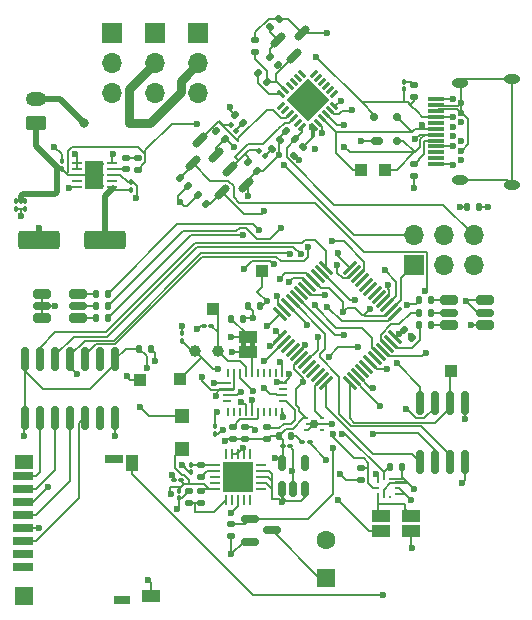
<source format=gbr>
%TF.GenerationSoftware,KiCad,Pcbnew,9.0.0*%
%TF.CreationDate,2025-03-07T10:31:51-08:00*%
%TF.ProjectId,Vanguard_new,56616e67-7561-4726-945f-6e65772e6b69,rev?*%
%TF.SameCoordinates,Original*%
%TF.FileFunction,Copper,L1,Top*%
%TF.FilePolarity,Positive*%
%FSLAX46Y46*%
G04 Gerber Fmt 4.6, Leading zero omitted, Abs format (unit mm)*
G04 Created by KiCad (PCBNEW 9.0.0) date 2025-03-07 10:31:51*
%MOMM*%
%LPD*%
G01*
G04 APERTURE LIST*
G04 Aperture macros list*
%AMRoundRect*
0 Rectangle with rounded corners*
0 $1 Rounding radius*
0 $2 $3 $4 $5 $6 $7 $8 $9 X,Y pos of 4 corners*
0 Add a 4 corners polygon primitive as box body*
4,1,4,$2,$3,$4,$5,$6,$7,$8,$9,$2,$3,0*
0 Add four circle primitives for the rounded corners*
1,1,$1+$1,$2,$3*
1,1,$1+$1,$4,$5*
1,1,$1+$1,$6,$7*
1,1,$1+$1,$8,$9*
0 Add four rect primitives between the rounded corners*
20,1,$1+$1,$2,$3,$4,$5,0*
20,1,$1+$1,$4,$5,$6,$7,0*
20,1,$1+$1,$6,$7,$8,$9,0*
20,1,$1+$1,$8,$9,$2,$3,0*%
%AMRotRect*
0 Rectangle, with rotation*
0 The origin of the aperture is its center*
0 $1 length*
0 $2 width*
0 $3 Rotation angle, in degrees counterclockwise*
0 Add horizontal line*
21,1,$1,$2,0,0,$3*%
%AMFreePoly0*
4,1,13,0.320000,0.125000,0.700000,0.125000,0.700000,-0.125000,0.320000,-0.125000,0.200000,-0.350000,-0.200000,-0.350000,-0.320000,-0.125000,-0.850000,-0.125000,-0.850000,0.125000,-0.320000,0.125000,-0.200000,0.350000,0.200000,0.350000,0.320000,0.125000,0.320000,0.125000,$1*%
G04 Aperture macros list end*
%TA.AperFunction,EtchedComponent*%
%ADD10C,0.000000*%
%TD*%
%TA.AperFunction,SMDPad,CuDef*%
%ADD11R,1.500000X1.000000*%
%TD*%
%TA.AperFunction,SMDPad,CuDef*%
%ADD12RoundRect,0.135000X0.035355X-0.226274X0.226274X-0.035355X-0.035355X0.226274X-0.226274X0.035355X0*%
%TD*%
%TA.AperFunction,SMDPad,CuDef*%
%ADD13R,1.000000X1.000000*%
%TD*%
%TA.AperFunction,SMDPad,CuDef*%
%ADD14RoundRect,0.135000X-0.135000X-0.185000X0.135000X-0.185000X0.135000X0.185000X-0.135000X0.185000X0*%
%TD*%
%TA.AperFunction,SMDPad,CuDef*%
%ADD15RoundRect,0.135000X-0.185000X0.135000X-0.185000X-0.135000X0.185000X-0.135000X0.185000X0.135000X0*%
%TD*%
%TA.AperFunction,ComponentPad*%
%ADD16R,1.700000X1.700000*%
%TD*%
%TA.AperFunction,ComponentPad*%
%ADD17O,1.700000X1.700000*%
%TD*%
%TA.AperFunction,SMDPad,CuDef*%
%ADD18RoundRect,0.100000X-0.162635X0.021213X0.021213X-0.162635X0.162635X-0.021213X-0.021213X0.162635X0*%
%TD*%
%TA.AperFunction,SMDPad,CuDef*%
%ADD19RoundRect,0.075000X0.521491X-0.415425X-0.415425X0.521491X-0.521491X0.415425X0.415425X-0.521491X0*%
%TD*%
%TA.AperFunction,SMDPad,CuDef*%
%ADD20RoundRect,0.075000X0.521491X0.415425X0.415425X0.521491X-0.521491X-0.415425X-0.415425X-0.521491X0*%
%TD*%
%TA.AperFunction,SMDPad,CuDef*%
%ADD21RoundRect,0.100000X-0.100000X0.130000X-0.100000X-0.130000X0.100000X-0.130000X0.100000X0.130000X0*%
%TD*%
%TA.AperFunction,SMDPad,CuDef*%
%ADD22RoundRect,0.062500X0.362500X0.062500X-0.362500X0.062500X-0.362500X-0.062500X0.362500X-0.062500X0*%
%TD*%
%TA.AperFunction,HeatsinkPad*%
%ADD23C,0.500000*%
%TD*%
%TA.AperFunction,HeatsinkPad*%
%ADD24R,1.650000X2.380000*%
%TD*%
%TA.AperFunction,SMDPad,CuDef*%
%ADD25RoundRect,0.150000X-0.309359X-0.521491X0.521491X0.309359X0.309359X0.521491X-0.521491X-0.309359X0*%
%TD*%
%TA.AperFunction,SMDPad,CuDef*%
%ADD26RoundRect,0.135000X0.135000X0.185000X-0.135000X0.185000X-0.135000X-0.185000X0.135000X-0.185000X0*%
%TD*%
%TA.AperFunction,SMDPad,CuDef*%
%ADD27RoundRect,0.135000X-0.226274X-0.035355X-0.035355X-0.226274X0.226274X0.035355X0.035355X0.226274X0*%
%TD*%
%TA.AperFunction,SMDPad,CuDef*%
%ADD28RoundRect,0.135000X0.226274X0.035355X0.035355X0.226274X-0.226274X-0.035355X-0.035355X-0.226274X0*%
%TD*%
%TA.AperFunction,SMDPad,CuDef*%
%ADD29RoundRect,0.062500X0.062500X-0.350000X0.062500X0.350000X-0.062500X0.350000X-0.062500X-0.350000X0*%
%TD*%
%TA.AperFunction,SMDPad,CuDef*%
%ADD30RoundRect,0.062500X0.350000X-0.062500X0.350000X0.062500X-0.350000X0.062500X-0.350000X-0.062500X0*%
%TD*%
%TA.AperFunction,HeatsinkPad*%
%ADD31R,2.500000X2.500000*%
%TD*%
%TA.AperFunction,ComponentPad*%
%ADD32O,1.400000X0.800000*%
%TD*%
%TA.AperFunction,SMDPad,CuDef*%
%ADD33R,1.400000X0.300000*%
%TD*%
%TA.AperFunction,ComponentPad*%
%ADD34C,0.600000*%
%TD*%
%TA.AperFunction,SMDPad,CuDef*%
%ADD35RoundRect,0.100000X-0.130000X-0.100000X0.130000X-0.100000X0.130000X0.100000X-0.130000X0.100000X0*%
%TD*%
%TA.AperFunction,SMDPad,CuDef*%
%ADD36RoundRect,0.135000X-0.035355X0.226274X-0.226274X0.035355X0.035355X-0.226274X0.226274X-0.035355X0*%
%TD*%
%TA.AperFunction,SMDPad,CuDef*%
%ADD37RoundRect,0.100000X0.100000X-0.130000X0.100000X0.130000X-0.100000X0.130000X-0.100000X-0.130000X0*%
%TD*%
%TA.AperFunction,SMDPad,CuDef*%
%ADD38RoundRect,0.150000X-0.587500X-0.150000X0.587500X-0.150000X0.587500X0.150000X-0.587500X0.150000X0*%
%TD*%
%TA.AperFunction,SMDPad,CuDef*%
%ADD39RoundRect,0.135000X0.185000X-0.135000X0.185000X0.135000X-0.185000X0.135000X-0.185000X-0.135000X0*%
%TD*%
%TA.AperFunction,SMDPad,CuDef*%
%ADD40RoundRect,0.147500X-0.172500X0.147500X-0.172500X-0.147500X0.172500X-0.147500X0.172500X0.147500X0*%
%TD*%
%TA.AperFunction,SMDPad,CuDef*%
%ADD41R,1.200000X1.200000*%
%TD*%
%TA.AperFunction,SMDPad,CuDef*%
%ADD42R,0.254000X0.675000*%
%TD*%
%TA.AperFunction,SMDPad,CuDef*%
%ADD43R,0.675000X0.254000*%
%TD*%
%TA.AperFunction,SMDPad,CuDef*%
%ADD44RoundRect,0.160000X-0.565000X-0.240000X0.565000X-0.240000X0.565000X0.240000X-0.565000X0.240000X0*%
%TD*%
%TA.AperFunction,SMDPad,CuDef*%
%ADD45RoundRect,0.120000X-0.605000X-0.180000X0.605000X-0.180000X0.605000X0.180000X-0.605000X0.180000X0*%
%TD*%
%TA.AperFunction,SMDPad,CuDef*%
%ADD46RoundRect,0.100000X0.130000X0.100000X-0.130000X0.100000X-0.130000X-0.100000X0.130000X-0.100000X0*%
%TD*%
%TA.AperFunction,SMDPad,CuDef*%
%ADD47RoundRect,0.062500X0.112500X0.062500X-0.112500X0.062500X-0.112500X-0.062500X0.112500X-0.062500X0*%
%TD*%
%TA.AperFunction,SMDPad,CuDef*%
%ADD48FreePoly0,180.000000*%
%TD*%
%TA.AperFunction,SMDPad,CuDef*%
%ADD49R,0.250000X0.275000*%
%TD*%
%TA.AperFunction,SMDPad,CuDef*%
%ADD50R,0.275000X0.250000*%
%TD*%
%TA.AperFunction,SMDPad,CuDef*%
%ADD51RoundRect,0.150000X0.150000X-0.825000X0.150000X0.825000X-0.150000X0.825000X-0.150000X-0.825000X0*%
%TD*%
%TA.AperFunction,ComponentPad*%
%ADD52C,1.000000*%
%TD*%
%TA.AperFunction,ComponentPad*%
%ADD53R,1.600000X1.600000*%
%TD*%
%TA.AperFunction,ComponentPad*%
%ADD54C,1.600000*%
%TD*%
%TA.AperFunction,SMDPad,CuDef*%
%ADD55RoundRect,0.150000X0.309359X0.521491X-0.521491X-0.309359X-0.309359X-0.521491X0.521491X0.309359X0*%
%TD*%
%TA.AperFunction,SMDPad,CuDef*%
%ADD56RoundRect,0.250000X1.500000X0.550000X-1.500000X0.550000X-1.500000X-0.550000X1.500000X-0.550000X0*%
%TD*%
%TA.AperFunction,SMDPad,CuDef*%
%ADD57RoundRect,0.150000X0.150000X-0.512500X0.150000X0.512500X-0.150000X0.512500X-0.150000X-0.512500X0*%
%TD*%
%TA.AperFunction,SMDPad,CuDef*%
%ADD58RoundRect,0.160000X0.565000X0.240000X-0.565000X0.240000X-0.565000X-0.240000X0.565000X-0.240000X0*%
%TD*%
%TA.AperFunction,SMDPad,CuDef*%
%ADD59RoundRect,0.120000X0.605000X0.180000X-0.605000X0.180000X-0.605000X-0.180000X0.605000X-0.180000X0*%
%TD*%
%TA.AperFunction,SMDPad,CuDef*%
%ADD60RoundRect,0.062500X0.203293X0.291682X-0.291682X-0.203293X-0.203293X-0.291682X0.291682X0.203293X0*%
%TD*%
%TA.AperFunction,SMDPad,CuDef*%
%ADD61RoundRect,0.062500X-0.203293X0.291682X-0.291682X0.203293X0.203293X-0.291682X0.291682X-0.203293X0*%
%TD*%
%TA.AperFunction,HeatsinkPad*%
%ADD62RotRect,2.600000X2.600000X225.000000*%
%TD*%
%TA.AperFunction,ComponentPad*%
%ADD63RoundRect,0.250000X0.625000X-0.350000X0.625000X0.350000X-0.625000X0.350000X-0.625000X-0.350000X0*%
%TD*%
%TA.AperFunction,ComponentPad*%
%ADD64O,1.750000X1.200000*%
%TD*%
%TA.AperFunction,SMDPad,CuDef*%
%ADD65R,1.750000X0.700000*%
%TD*%
%TA.AperFunction,SMDPad,CuDef*%
%ADD66R,1.000000X1.450000*%
%TD*%
%TA.AperFunction,SMDPad,CuDef*%
%ADD67R,1.550000X1.000000*%
%TD*%
%TA.AperFunction,SMDPad,CuDef*%
%ADD68R,1.500000X0.800000*%
%TD*%
%TA.AperFunction,SMDPad,CuDef*%
%ADD69R,1.500000X1.300000*%
%TD*%
%TA.AperFunction,SMDPad,CuDef*%
%ADD70R,1.500000X1.500000*%
%TD*%
%TA.AperFunction,SMDPad,CuDef*%
%ADD71R,1.400000X0.800000*%
%TD*%
%TA.AperFunction,SMDPad,CuDef*%
%ADD72RoundRect,0.175000X0.325000X-0.175000X0.325000X0.175000X-0.325000X0.175000X-0.325000X-0.175000X0*%
%TD*%
%TA.AperFunction,SMDPad,CuDef*%
%ADD73RoundRect,0.150000X0.150000X-0.200000X0.150000X0.200000X-0.150000X0.200000X-0.150000X-0.200000X0*%
%TD*%
%TA.AperFunction,ViaPad*%
%ADD74C,0.600000*%
%TD*%
%TA.AperFunction,ViaPad*%
%ADD75C,0.800000*%
%TD*%
%TA.AperFunction,ViaPad*%
%ADD76C,1.000000*%
%TD*%
%TA.AperFunction,Conductor*%
%ADD77C,0.200000*%
%TD*%
%TA.AperFunction,Conductor*%
%ADD78C,0.500000*%
%TD*%
%TA.AperFunction,Conductor*%
%ADD79C,0.800000*%
%TD*%
%TA.AperFunction,Conductor*%
%ADD80C,0.200660*%
%TD*%
G04 APERTURE END LIST*
D10*
%TA.AperFunction,EtchedComponent*%
%TO.C,ADR1*%
G36*
X112707500Y-112990000D02*
G01*
X112307500Y-112990000D01*
X112307500Y-112490000D01*
X112707500Y-112490000D01*
X112707500Y-112990000D01*
G37*
%TD.AperFunction*%
%TA.AperFunction,EtchedComponent*%
G36*
X113507500Y-112990000D02*
G01*
X113107500Y-112990000D01*
X113107500Y-112490000D01*
X113507500Y-112490000D01*
X113507500Y-112990000D01*
G37*
%TD.AperFunction*%
%TD*%
D11*
%TO.P,ADR1,1,A*%
%TO.N,GND*%
X112907500Y-113390000D03*
%TO.P,ADR1,2,B*%
%TO.N,Net-(ADR1-B)*%
X112907500Y-112090000D03*
%TD*%
D12*
%TO.P,R2,1*%
%TO.N,+3.3V*%
X116832161Y-96771175D03*
%TO.P,R2,2*%
%TO.N,Net-(J2-Pin_3)*%
X117553409Y-96049927D03*
%TD*%
D13*
%TO.P,TP1,1,1*%
%TO.N,Net-(D1-I{slash}O1)*%
X124500000Y-98000000D03*
%TD*%
D14*
%TO.P,R30,1*%
%TO.N,Net-(PORTSIDE_RGB1-GA)*%
X100015001Y-108450000D03*
%TO.P,R30,2*%
%TO.N,PORT_GREEN*%
X101034999Y-108450000D03*
%TD*%
D11*
%TO.P,JP2,1,A*%
%TO.N,Net-(JP1-A)*%
X124160000Y-127239999D03*
%TO.P,JP2,2,B*%
%TO.N,+3.3V*%
X124160000Y-128539997D03*
%TD*%
D15*
%TO.P,R35,1*%
%TO.N,Net-(D7-A)*%
X126950000Y-90789976D03*
%TO.P,R35,2*%
%TO.N,BATT_IN*%
X126950000Y-91809974D03*
%TD*%
D16*
%TO.P,J5,1,Pin_1*%
%TO.N,PORT_SERVO*%
X105000000Y-86420000D03*
D17*
%TO.P,J5,2,Pin_2*%
%TO.N,+5V*%
X105000000Y-88960000D03*
%TO.P,J5,3,Pin_3*%
%TO.N,GND*%
X105000000Y-91500000D03*
%TD*%
D18*
%TO.P,D2,1,K*%
%TO.N,Net-(D2-K)*%
X111473777Y-94210237D03*
%TO.P,D2,2,A*%
%TO.N,Net-(D2-A)*%
X111926325Y-94662785D03*
%TD*%
D19*
%TO.P,U2,1,PA5*%
%TO.N,PA2{slash}SCK*%
X121498788Y-116048427D03*
%TO.P,U2,2,PA6*%
%TO.N,PA1{slash}MOSI*%
X121852342Y-115694873D03*
%TO.P,U2,3,PA7*%
%TO.N,PA0{slash}MISO*%
X122205895Y-115341320D03*
%TO.P,U2,4,PB0*%
%TO.N,unconnected-(U2-PB0-Pad4)*%
X122559449Y-114987766D03*
%TO.P,U2,5,PB1*%
%TO.N,unconnected-(U2-PB1-Pad5)*%
X122913002Y-114634213D03*
%TO.P,U2,6,PB2*%
%TO.N,STAR_BLUE*%
X123266555Y-114280660D03*
%TO.P,U2,7,PB3*%
%TO.N,unconnected-(U2-PB3-Pad7)*%
X123620109Y-113927106D03*
%TO.P,U2,8,PB4*%
%TO.N,TX0*%
X123973662Y-113573553D03*
%TO.P,U2,9,PB5*%
%TO.N,RX0*%
X124327215Y-113220000D03*
%TO.P,U2,10,PC0*%
%TO.N,STAR_RED*%
X124680769Y-112866446D03*
%TO.P,U2,11,PC1*%
%TO.N,STAR_GREEN*%
X125034322Y-112512893D03*
%TO.P,U2,12,PC2*%
%TO.N,SDA*%
X125387876Y-112159339D03*
D20*
%TO.P,U2,13,PC3*%
%TO.N,PORT_SERVO*%
X125387876Y-110161763D03*
%TO.P,U2,14,VCC*%
%TO.N,+3.3V*%
X125034322Y-109808209D03*
%TO.P,U2,15,GND*%
%TO.N,GND*%
X124680769Y-109454656D03*
%TO.P,U2,16,PC4*%
%TO.N,BUZZER*%
X124327215Y-109101102D03*
%TO.P,U2,17,PC5*%
%TO.N,unconnected-(U2-PC5-Pad17)*%
X123973662Y-108747549D03*
%TO.P,U2,18,PC6*%
%TO.N,unconnected-(U2-PC6-Pad18)*%
X123620109Y-108393996D03*
%TO.P,U2,19,PC7*%
%TO.N,unconnected-(U2-PC7-Pad19)*%
X123266555Y-108040442D03*
%TO.P,U2,20,PD0*%
%TO.N,unconnected-(U2-PD0-Pad20)*%
X122913002Y-107686889D03*
%TO.P,U2,21,PD1*%
%TO.N,unconnected-(U2-PD1-Pad21)*%
X122559449Y-107333336D03*
%TO.P,U2,22,PD2*%
%TO.N,D5*%
X122205895Y-106979782D03*
%TO.P,U2,23,PD3*%
%TO.N,D4*%
X121852342Y-106626229D03*
%TO.P,U2,24,PD4*%
%TO.N,D6*%
X121498788Y-106272675D03*
D19*
%TO.P,U2,25,PD5*%
%TO.N,D7*%
X119501212Y-106272675D03*
%TO.P,U2,26,PD6*%
%TO.N,CD*%
X119147658Y-106626229D03*
%TO.P,U2,27,PD7*%
%TO.N,unconnected-(U2-PD7-Pad27)*%
X118794105Y-106979782D03*
%TO.P,U2,28,AVCC*%
%TO.N,+3.3V*%
X118440551Y-107333336D03*
%TO.P,U2,29,GND*%
%TO.N,GND*%
X118086998Y-107686889D03*
%TO.P,U2,30,PE0*%
%TO.N,PORT_RED*%
X117733445Y-108040442D03*
%TO.P,U2,31,PE1*%
%TO.N,unconnected-(U2-PE1-Pad31)*%
X117379891Y-108393996D03*
%TO.P,U2,32,PE2*%
%TO.N,HOLD*%
X117026338Y-108747549D03*
%TO.P,U2,33,PE3*%
%TO.N,WP*%
X116672785Y-109101102D03*
%TO.P,U2,34,PF0*%
%TO.N,PORT_GREEN*%
X116319231Y-109454656D03*
%TO.P,U2,35,PF1*%
%TO.N,PORT_BLUE*%
X115965678Y-109808209D03*
%TO.P,U2,36,PF2*%
%TO.N,STAR_SERVO*%
X115612124Y-110161763D03*
D20*
%TO.P,U2,37,PF3*%
%TO.N,SCL*%
X115612124Y-112159339D03*
%TO.P,U2,38,PF4*%
%TO.N,EJEC_SERVO*%
X115965678Y-112512893D03*
%TO.P,U2,39,PF5*%
%TO.N,unconnected-(U2-PF5-Pad39)*%
X116319231Y-112866446D03*
%TO.P,U2,40,PF6/~{RESET}*%
%TO.N,unconnected-(U2-PF6{slash}~{RESET}-Pad40)*%
X116672785Y-113220000D03*
%TO.P,U2,41,UPDI*%
%TO.N,UPDI*%
X117026338Y-113573553D03*
%TO.P,U2,42,VCC*%
%TO.N,+3.3V*%
X117379891Y-113927106D03*
%TO.P,U2,43,GND*%
%TO.N,GND*%
X117733445Y-114280660D03*
%TO.P,U2,44,PA0*%
%TO.N,unconnected-(U2-PA0-Pad44)*%
X118086998Y-114634213D03*
%TO.P,U2,45,PA1*%
%TO.N,unconnected-(U2-PA1-Pad45)*%
X118440551Y-114987766D03*
%TO.P,U2,46,PA2*%
%TO.N,unconnected-(U2-PA2-Pad46)*%
X118794105Y-115341320D03*
%TO.P,U2,47,PA3*%
%TO.N,TEMP_SENSOR*%
X119147658Y-115694873D03*
%TO.P,U2,48,PA4*%
%TO.N,PA3{slash}SS*%
X119501212Y-116048427D03*
%TD*%
D21*
%TO.P,C13,1*%
%TO.N,BATT_IN*%
X93280000Y-100640000D03*
%TO.P,C13,2*%
%TO.N,GND*%
X93280000Y-101280000D03*
%TD*%
D22*
%TO.P,U8,1,VOUT*%
%TO.N,+5V*%
X101350000Y-99415000D03*
%TO.P,U8,2,NC*%
%TO.N,unconnected-(U8-NC-Pad2)*%
X101350000Y-98915000D03*
%TO.P,U8,3,SW*%
%TO.N,GND*%
X101350000Y-98415000D03*
%TO.P,U8,4,SW*%
%TO.N,Net-(L1-Pad2)*%
X101350000Y-97915000D03*
%TO.P,U8,5,PGND*%
%TO.N,GND*%
X101350000Y-97415000D03*
%TO.P,U8,6,PGND*%
X98450000Y-97415000D03*
%TO.P,U8,7,PGND*%
X98450000Y-97915000D03*
%TO.P,U8,8,VBAT*%
%TO.N,BATT_IN*%
X98450000Y-98415000D03*
%TO.P,U8,9,LBI*%
%TO.N,unconnected-(U8-LBI-Pad9)*%
X98450000Y-98915000D03*
%TO.P,U8,10,SYNC*%
%TO.N,GND*%
X98450000Y-99415000D03*
D23*
%TO.P,U8,11,EN*%
%TO.N,BATT_IN*%
X100475000Y-99355000D03*
X100475000Y-97475000D03*
X100474999Y-98415000D03*
D24*
X99900000Y-98415000D03*
D23*
X99325001Y-98415000D03*
X99325000Y-99355000D03*
X99325000Y-97475000D03*
%TD*%
D25*
%TO.P,Q1,1,G*%
%TO.N,+3.3V*%
X115485208Y-87014625D03*
%TO.P,Q1,2,S*%
%TO.N,/TX_UPDI*%
X116828711Y-88358128D03*
%TO.P,Q1,3,D*%
%TO.N,UPDI*%
X117482785Y-86360551D03*
%TD*%
D26*
%TO.P,R23,1*%
%TO.N,+3.3V*%
X112510000Y-110560000D03*
%TO.P,R23,2*%
%TO.N,Net-(ADR1-B)*%
X111490000Y-110560000D03*
%TD*%
D13*
%TO.P,TP3,1,1*%
%TO.N,D4*%
X103720000Y-115730000D03*
%TD*%
D27*
%TO.P,R5,1*%
%TO.N,/RX_UPDI*%
X113778752Y-89778752D03*
%TO.P,R5,2*%
%TO.N,/TX_UPDI*%
X114500000Y-90500000D03*
%TD*%
D16*
%TO.P,J4,1,Pin_1*%
%TO.N,STAR_SERVO*%
X101350000Y-86420000D03*
D17*
%TO.P,J4,2,Pin_2*%
%TO.N,+5V*%
X101350000Y-88960000D03*
%TO.P,J4,3,Pin_3*%
%TO.N,GND*%
X101350000Y-91500000D03*
%TD*%
D28*
%TO.P,R10,1*%
%TO.N,+3.3V*%
X113644033Y-98041801D03*
%TO.P,R10,2*%
%TO.N,Net-(D3-K)*%
X112922785Y-97320553D03*
%TD*%
D13*
%TO.P,TP4,1,1*%
%TO.N,PA2{slash}SCK*%
X130130000Y-115040000D03*
%TD*%
D15*
%TO.P,R15,1*%
%TO.N,Net-(D6-K)*%
X108910000Y-125169999D03*
%TO.P,R15,2*%
%TO.N,Net-(U9-FB)*%
X108910000Y-126189999D03*
%TD*%
D14*
%TO.P,R25,1*%
%TO.N,STAR_BLUE*%
X127385000Y-109030000D03*
%TO.P,R25,2*%
%TO.N,Net-(STARBOARD_RGB1-BA)*%
X128405000Y-109030000D03*
%TD*%
D13*
%TO.P,TP6,1,1*%
%TO.N,Net-(U6-XOUT32{slash}CLKSEL1)*%
X109975000Y-109730000D03*
%TD*%
D21*
%TO.P,C12,1*%
%TO.N,BATT_IN*%
X94030000Y-100635000D03*
%TO.P,C12,2*%
%TO.N,GND*%
X94030000Y-101275000D03*
%TD*%
D29*
%TO.P,U9,1,FB*%
%TO.N,Net-(U9-FB)*%
X111042500Y-125907500D03*
%TO.P,U9,2,VCC*%
%TO.N,unconnected-(U9-VCC-Pad2)*%
X111542500Y-125907500D03*
%TO.P,U9,3,AGND*%
%TO.N,GND*%
X112042500Y-125907499D03*
%TO.P,U9,4,SW*%
%TO.N,unconnected-(U9-SW-Pad19)_2*%
X112542500Y-125907500D03*
%TO.P,U9,5,SW*%
%TO.N,unconnected-(U9-SW-Pad19)_3*%
X113042500Y-125907500D03*
D30*
%TO.P,U9,6,SW*%
%TO.N,unconnected-(U9-SW-Pad19)_1*%
X113980000Y-124970000D03*
%TO.P,U9,7,OUT*%
%TO.N,Net-(D6-K)*%
X113980000Y-124470000D03*
%TO.P,U9,8,OUT*%
X113979999Y-123970000D03*
%TO.P,U9,9,OUT*%
X113980000Y-123470000D03*
%TO.P,U9,10*%
%TO.N,N/C*%
X113980000Y-122970000D03*
D29*
%TO.P,U9,11,BST*%
%TO.N,unconnected-(U9-BST-Pad11)*%
X113042500Y-122032500D03*
%TO.P,U9,12,PGND*%
%TO.N,GND*%
X112542500Y-122032500D03*
%TO.P,U9,13,PGND*%
X112042500Y-122032501D03*
%TO.P,U9,14,PGND*%
X111542500Y-122032500D03*
%TO.P,U9,15*%
%TO.N,N/C*%
X111042500Y-122032500D03*
D30*
%TO.P,U9,16,IN*%
%TO.N,Net-(U9-IN)*%
X110105000Y-122970000D03*
%TO.P,U9,17,EN*%
%TO.N,Net-(U9-EN)*%
X110105000Y-123470000D03*
%TO.P,U9,18,PG*%
%TO.N,unconnected-(U9-PG-Pad18)*%
X110105001Y-123970000D03*
%TO.P,U9,19,SW*%
%TO.N,unconnected-(U9-SW-Pad19)*%
X110105000Y-124470000D03*
%TO.P,U9,20,OUT*%
%TO.N,Net-(D6-K)*%
X110105000Y-124970000D03*
D23*
%TO.P,U9,21*%
%TO.N,N/C*%
X111042500Y-124970000D03*
X113042500Y-124970000D03*
D31*
X112042500Y-123970000D03*
D23*
X111042500Y-122970000D03*
X113042500Y-122970000D03*
%TD*%
D32*
%TO.P,J1,13*%
%TO.N,N/C*%
X130831500Y-90610000D03*
%TO.P,J1,14*%
X130831500Y-98870000D03*
%TO.P,J1,15*%
X135221500Y-99230000D03*
%TO.P,J1,16*%
X135221500Y-90250000D03*
D33*
%TO.P,J1,A1,GND*%
%TO.N,GND*%
X128830500Y-97489500D03*
%TO.P,J1,A2*%
%TO.N,N/C*%
X128830500Y-96990000D03*
%TO.P,J1,A3*%
X128830500Y-96491000D03*
%TO.P,J1,A4,VBUS*%
%TO.N,BATT_IN*%
X128830500Y-95990500D03*
%TO.P,J1,A5,CC1*%
%TO.N,Net-(J1-CC1)*%
X128830500Y-95490500D03*
%TO.P,J1,A6,D+*%
%TO.N,Net-(D1-I{slash}O1)*%
X128830500Y-94990000D03*
%TO.P,J1,A7,D-*%
%TO.N,Net-(D1-I{slash}O2)*%
X128830500Y-94489500D03*
%TO.P,J1,A8,SBU1*%
%TO.N,unconnected-(J1-SBU1-PadA8)*%
X128830500Y-93989000D03*
%TO.P,J1,A9,VBUS*%
%TO.N,BATT_IN*%
X128830500Y-93490000D03*
%TO.P,J1,A10*%
%TO.N,N/C*%
X128830500Y-92991000D03*
%TO.P,J1,A11*%
X128830500Y-92490500D03*
%TO.P,J1,A12,GND*%
%TO.N,GND*%
X128830500Y-91990000D03*
D34*
%TO.P,J1,B1,GND*%
X130231500Y-91940000D03*
%TO.P,J1,B2*%
%TO.N,N/C*%
X130931500Y-92340000D03*
%TO.P,J1,B3*%
X130931500Y-93140000D03*
%TO.P,J1,B4,VBUS*%
%TO.N,BATT_IN*%
X130231500Y-93540000D03*
%TO.P,J1,B5,CC2*%
%TO.N,Net-(J1-CC2)*%
X130931500Y-93940000D03*
%TO.P,J1,B6,D+*%
%TO.N,Net-(D1-I{slash}O1)*%
X130231500Y-94340000D03*
%TO.P,J1,B7,D-*%
%TO.N,Net-(D1-I{slash}O2)*%
X130231500Y-95140000D03*
%TO.P,J1,B8,SBU2*%
%TO.N,unconnected-(J1-SBU2-PadB8)*%
X130931500Y-95540000D03*
%TO.P,J1,B9,VBUS*%
%TO.N,BATT_IN*%
X130231500Y-95940000D03*
%TO.P,J1,B10*%
%TO.N,N/C*%
X130931500Y-96340000D03*
%TO.P,J1,B11*%
X130931500Y-97140000D03*
%TO.P,J1,B12,GND*%
%TO.N,GND*%
X130231500Y-97540000D03*
%TD*%
D35*
%TO.P,C6,1*%
%TO.N,+3.3V*%
X115830000Y-121390000D03*
%TO.P,C6,2*%
%TO.N,GND*%
X116470000Y-121390000D03*
%TD*%
D36*
%TO.P,R3,1*%
%TO.N,+3.3V*%
X115623409Y-95469927D03*
%TO.P,R3,2*%
%TO.N,Net-(D3-A)*%
X114902161Y-96191175D03*
%TD*%
D37*
%TO.P,C9,1*%
%TO.N,+5V*%
X103000000Y-99665000D03*
%TO.P,C9,2*%
%TO.N,GND*%
X103000000Y-99025000D03*
%TD*%
D38*
%TO.P,Q4,1,G*%
%TO.N,BUZZER*%
X113062500Y-127550000D03*
%TO.P,Q4,2,S*%
%TO.N,GND*%
X113062500Y-129450000D03*
%TO.P,Q4,3,D*%
%TO.N,Net-(BZ1-+)*%
X114937501Y-128500000D03*
%TD*%
D37*
%TO.P,D7,1,K*%
%TO.N,BATT_IN*%
X126070000Y-91149974D03*
%TO.P,D7,2,A*%
%TO.N,Net-(D7-A)*%
X126070000Y-90509974D03*
%TD*%
D26*
%TO.P,R1,1*%
%TO.N,+3.3V*%
X125969999Y-123090000D03*
%TO.P,R1,2*%
%TO.N,SCL*%
X124950001Y-123090000D03*
%TD*%
D14*
%TO.P,R24,1*%
%TO.N,+3.3V*%
X103700000Y-113100000D03*
%TO.P,R24,2*%
%TO.N,Net-(U6-~{BOOT})*%
X104720000Y-113100000D03*
%TD*%
D37*
%TO.P,C8,1*%
%TO.N,BATT_IN*%
X97140000Y-97905000D03*
%TO.P,C8,2*%
%TO.N,GND*%
X97140000Y-97265000D03*
%TD*%
D14*
%TO.P,R26,1*%
%TO.N,STAR_RED*%
X127385000Y-110070000D03*
%TO.P,R26,2*%
%TO.N,Net-(STARBOARD_RGB1-RA)*%
X128405000Y-110070000D03*
%TD*%
D15*
%TO.P,R33,1*%
%TO.N,Net-(L1-Pad1)*%
X103560000Y-96945001D03*
%TO.P,R33,2*%
%TO.N,BATT_IN*%
X103560000Y-97964999D03*
%TD*%
D37*
%TO.P,C3,1*%
%TO.N,Net-(U6-XIN32)*%
X107290000Y-112430000D03*
%TO.P,C3,2*%
%TO.N,GND*%
X107290000Y-111790000D03*
%TD*%
D15*
%TO.P,R34,1*%
%TO.N,BUZZER*%
X111500000Y-127990001D03*
%TO.P,R34,2*%
%TO.N,GND*%
X111500000Y-129009999D03*
%TD*%
D39*
%TO.P,R36,1*%
%TO.N,+3.3V*%
X122430000Y-124239999D03*
%TO.P,R36,2*%
%TO.N,SDA*%
X122430000Y-123220001D03*
%TD*%
D40*
%TO.P,L1,1,1*%
%TO.N,Net-(L1-Pad1)*%
X102560000Y-96950001D03*
%TO.P,L1,2,2*%
%TO.N,Net-(L1-Pad2)*%
X102560000Y-97920001D03*
%TD*%
D21*
%TO.P,C7,1*%
%TO.N,Net-(U6-CAP)*%
X110147500Y-119695000D03*
%TO.P,C7,2*%
%TO.N,GND*%
X110147500Y-120335000D03*
%TD*%
D41*
%TO.P,D6,1,K*%
%TO.N,Net-(D6-K)*%
X107280000Y-121587499D03*
%TO.P,D6,2,A*%
%TO.N,BATT_IN*%
X107280000Y-118787501D03*
%TD*%
D27*
%TO.P,R13,1*%
%TO.N,+3.3V*%
X108639376Y-100139376D03*
%TO.P,R13,2*%
%TO.N,TX0*%
X109360624Y-100860624D03*
%TD*%
D14*
%TO.P,R17,1*%
%TO.N,+3.3V*%
X115490000Y-120500000D03*
%TO.P,R17,2*%
%TO.N,Net-(D5-A)*%
X116510000Y-120500000D03*
%TD*%
D42*
%TO.P,U6,1,RESV_NC*%
%TO.N,unconnected-(U6-RESV_NC-Pad1)*%
X111250000Y-115137500D03*
D43*
%TO.P,U6,2,GND*%
%TO.N,GND*%
X111112500Y-116050000D03*
%TO.P,U6,3,VDD*%
%TO.N,+3.3V*%
X111112500Y-116550000D03*
%TO.P,U6,4,~{BOOT}*%
%TO.N,Net-(U6-~{BOOT})*%
X111112500Y-117050000D03*
%TO.P,U6,5,PS1*%
%TO.N,PS1*%
X111112500Y-117550000D03*
D42*
%TO.P,U6,6,PS0/WAKE*%
%TO.N,PS0{slash}WAKE*%
X111250000Y-118462500D03*
%TO.P,U6,7,RESV_NC*%
%TO.N,unconnected-(U6-RESV_NC-Pad7)*%
X111750000Y-118462500D03*
%TO.P,U6,8,RESV_NC*%
%TO.N,unconnected-(U6-RESV_NC-Pad8)*%
X112250000Y-118462500D03*
%TO.P,U6,9,CAP*%
%TO.N,Net-(U6-CAP)*%
X112750000Y-118462500D03*
%TO.P,U6,10,CLKSEL0*%
%TO.N,GND*%
X113250000Y-118462500D03*
%TO.P,U6,11,~{RST}*%
%TO.N,Net-(U6-~{RST})*%
X113750000Y-118462500D03*
%TO.P,U6,12,RESV_NC*%
%TO.N,unconnected-(U6-RESV_NC-Pad12)*%
X114250000Y-118462500D03*
%TO.P,U6,13,RESV_NC*%
%TO.N,unconnected-(U6-RESV_NC-Pad13)*%
X114750000Y-118462500D03*
%TO.P,U6,14,~{H_INT}*%
%TO.N,INT*%
X115250000Y-118462500D03*
%TO.P,U6,15,ENV_SCL*%
%TO.N,Net-(U6-ENV_SCL)*%
X115750000Y-118462500D03*
D43*
%TO.P,U6,16,ENV_SDA*%
%TO.N,Net-(U6-ENV_SDA)*%
X115887500Y-117550000D03*
%TO.P,U6,17,SA0/H_MOSI*%
%TO.N,Net-(ADR1-B)*%
X115887500Y-117050000D03*
%TO.P,U6,18,~{H_CS}*%
%TO.N,unconnected-(U6-~{H_CS}-Pad18)*%
X115887500Y-116550000D03*
%TO.P,U6,19,H_SCL/SCK/RX*%
%TO.N,SCL*%
X115887500Y-116050000D03*
D42*
%TO.P,U6,20,H_SDA/H_MISO/TX*%
%TO.N,SDA*%
X115750000Y-115137500D03*
%TO.P,U6,21,RESV_NC*%
%TO.N,unconnected-(U6-RESV_NC-Pad21)*%
X115250000Y-115137500D03*
%TO.P,U6,22,RESV_NC*%
%TO.N,unconnected-(U6-RESV_NC-Pad22)*%
X114750000Y-115137500D03*
%TO.P,U6,23,RESV_NC*%
%TO.N,unconnected-(U6-RESV_NC-Pad23)*%
X114250000Y-115137500D03*
%TO.P,U6,24,RESV_NC*%
%TO.N,unconnected-(U6-RESV_NC-Pad24)*%
X113750000Y-115137500D03*
%TO.P,U6,25,GNDIO*%
%TO.N,GND*%
X113250000Y-115137500D03*
%TO.P,U6,26,XOUT32/CLKSEL1*%
%TO.N,Net-(U6-XOUT32{slash}CLKSEL1)*%
X112750000Y-115137500D03*
%TO.P,U6,27,XIN32*%
%TO.N,Net-(U6-XIN32)*%
X112250000Y-115137500D03*
%TO.P,U6,28,VDDIO*%
%TO.N,+3.3V*%
X111750000Y-115137500D03*
%TD*%
D28*
%TO.P,R9,1*%
%TO.N,+3.3V*%
X110945214Y-95378731D03*
%TO.P,R9,2*%
%TO.N,Net-(D2-K)*%
X110223966Y-94657483D03*
%TD*%
D44*
%TO.P,STARBOARD_RGB1,1,BA*%
%TO.N,Net-(STARBOARD_RGB1-BA)*%
X129900000Y-109020000D03*
D45*
%TO.P,STARBOARD_RGB1,2,RA*%
%TO.N,Net-(STARBOARD_RGB1-RA)*%
X129900000Y-110070000D03*
D44*
%TO.P,STARBOARD_RGB1,3,GA*%
%TO.N,Net-(STARBOARD_RGB1-GA)*%
X129900000Y-111120000D03*
%TO.P,STARBOARD_RGB1,4,GK*%
%TO.N,GND*%
X132950000Y-111120000D03*
D45*
%TO.P,STARBOARD_RGB1,5,RK*%
X132950000Y-110070000D03*
D44*
%TO.P,STARBOARD_RGB1,6,BK*%
X132950000Y-109020000D03*
%TD*%
D14*
%TO.P,R32,1*%
%TO.N,Net-(J1-CC2)*%
X131470000Y-101140000D03*
%TO.P,R32,2*%
%TO.N,GND*%
X132489998Y-101140000D03*
%TD*%
D46*
%TO.P,C2,1*%
%TO.N,Net-(U6-XOUT32{slash}CLKSEL1)*%
X109805000Y-111160000D03*
%TO.P,C2,2*%
%TO.N,GND*%
X109165000Y-111160000D03*
%TD*%
D15*
%TO.P,R18,1*%
%TO.N,Net-(U6-~{RST})*%
X111647500Y-119720000D03*
%TO.P,R18,2*%
%TO.N,+3.3V*%
X111647500Y-120740000D03*
%TD*%
D28*
%TO.P,R21,1*%
%TO.N,+3.3V*%
X126791248Y-112251248D03*
%TO.P,R21,2*%
%TO.N,SDA*%
X126070000Y-111530000D03*
%TD*%
D47*
%TO.P,U5,1,NC*%
%TO.N,unconnected-(U5-NC-Pad1)*%
X119175001Y-119999999D03*
D48*
%TO.P,U5,2,PG*%
%TO.N,GND*%
X118500001Y-119500000D03*
D47*
%TO.P,U5,3,OUT*%
%TO.N,TEMP_SENSOR*%
X119175001Y-119000001D03*
%TO.P,U5,4,VDD*%
%TO.N,+3.3V*%
X117825001Y-119000001D03*
%TO.P,U5,5,GND*%
%TO.N,GND*%
X117825001Y-119999999D03*
%TD*%
D15*
%TO.P,R31,1*%
%TO.N,Net-(J1-CC1)*%
X126970000Y-97490001D03*
%TO.P,R31,2*%
%TO.N,GND*%
X126970000Y-98509999D03*
%TD*%
D14*
%TO.P,R22,1*%
%TO.N,+3.3V*%
X112940002Y-109530000D03*
%TO.P,R22,2*%
%TO.N,SCL*%
X113960000Y-109530000D03*
%TD*%
D49*
%TO.P,U10,1,VDDIO*%
%TO.N,+3.3V*%
X124890000Y-124137500D03*
%TO.P,U10,2,SCK/SCL*%
%TO.N,SCL*%
X124390000Y-124137500D03*
D50*
%TO.P,U10,3,VSS/GND*%
%TO.N,GND*%
X123877500Y-124400000D03*
%TO.P,U10,4,SDI/SDO/SDA*%
%TO.N,SDA*%
X123877500Y-124900000D03*
%TO.P,U10,5,SDO/DNC/SA0*%
%TO.N,Net-(JP1-A)*%
X123877500Y-125400000D03*
D49*
%TO.P,U10,6,~{CS}*%
%TO.N,+3.3V*%
X124390000Y-125662500D03*
%TO.P,U10,7,INT/DNC*%
%TO.N,unconnected-(U10-INT{slash}DNC-Pad7)*%
X124890000Y-125662500D03*
D50*
%TO.P,U10,8,VSS/GND*%
%TO.N,GND*%
X125402500Y-125400000D03*
%TO.P,U10,9,VSS/GND*%
X125402500Y-124900000D03*
%TO.P,U10,10,VDD*%
%TO.N,+3.3V*%
X125402500Y-124400000D03*
%TD*%
D51*
%TO.P,U3,1,~{CS}*%
%TO.N,PA3{slash}SS*%
X127465192Y-122696196D03*
%TO.P,U3,2,SO(SOI)*%
%TO.N,PA0{slash}MISO*%
X128735192Y-122696196D03*
%TO.P,U3,3,~{WP}*%
%TO.N,WP*%
X130005192Y-122696196D03*
%TO.P,U3,4,GND*%
%TO.N,GND*%
X131275192Y-122696196D03*
%TO.P,U3,5,SI(SIO)*%
%TO.N,PA1{slash}MOSI*%
X131275192Y-117746196D03*
%TO.P,U3,6,SCK*%
%TO.N,PA2{slash}SCK*%
X130005192Y-117746196D03*
%TO.P,U3,7,~{HOLD}*%
%TO.N,HOLD*%
X128735192Y-117746196D03*
%TO.P,U3,8,VCC*%
%TO.N,+3.3V*%
X127465192Y-117746196D03*
%TD*%
D18*
%TO.P,D3,1,K*%
%TO.N,Net-(D3-K)*%
X113859699Y-96376563D03*
%TO.P,D3,2,A*%
%TO.N,Net-(D3-A)*%
X114312247Y-96829111D03*
%TD*%
D27*
%TO.P,R4,1*%
%TO.N,+3.3V*%
X111800814Y-93292767D03*
%TO.P,R4,2*%
%TO.N,Net-(D2-A)*%
X112522062Y-94014015D03*
%TD*%
D52*
%TO.P,Y1,1,1*%
%TO.N,Net-(U6-XOUT32{slash}CLKSEL1)*%
X110330000Y-113300000D03*
%TO.P,Y1,2,2*%
%TO.N,Net-(U6-XIN32)*%
X108430000Y-113300000D03*
%TD*%
D39*
%TO.P,R8,1*%
%TO.N,/TX_UPDI*%
X113500000Y-88009999D03*
%TO.P,R8,2*%
%TO.N,UPDI*%
X113500000Y-86990001D03*
%TD*%
D21*
%TO.P,C11,1*%
%TO.N,Net-(D6-K)*%
X107020000Y-125125000D03*
%TO.P,C11,2*%
%TO.N,GND*%
X107020000Y-125765000D03*
%TD*%
D53*
%TO.P,BZ1,1,+*%
%TO.N,Net-(BZ1-+)*%
X119500000Y-132500000D03*
D54*
%TO.P,BZ1,2,-*%
%TO.N,GND*%
X119500000Y-129300000D03*
%TD*%
D14*
%TO.P,R28,1*%
%TO.N,Net-(PORTSIDE_RGB1-BA)*%
X100025001Y-110530000D03*
%TO.P,R28,2*%
%TO.N,PORT_BLUE*%
X101044999Y-110530000D03*
%TD*%
D21*
%TO.P,C4,1*%
%TO.N,Net-(U9-IN)*%
X108040000Y-122940000D03*
%TO.P,C4,2*%
%TO.N,GND*%
X108040000Y-123580000D03*
%TD*%
D15*
%TO.P,R19,1*%
%TO.N,Net-(U6-ENV_SCL)*%
X112647500Y-119720000D03*
%TO.P,R19,2*%
%TO.N,+3.3V*%
X112647500Y-120740000D03*
%TD*%
D14*
%TO.P,R29,1*%
%TO.N,Net-(PORTSIDE_RGB1-RA)*%
X100015001Y-109500000D03*
%TO.P,R29,2*%
%TO.N,PORT_RED*%
X101034999Y-109500000D03*
%TD*%
D12*
%TO.P,R7,1*%
%TO.N,+3.3V*%
X114799376Y-85890624D03*
%TO.P,R7,2*%
%TO.N,UPDI*%
X115520624Y-85169376D03*
%TD*%
D15*
%TO.P,R14,1*%
%TO.N,Net-(U9-IN)*%
X108920000Y-122980001D03*
%TO.P,R14,2*%
%TO.N,Net-(U9-EN)*%
X108920000Y-123999999D03*
%TD*%
%TO.P,R20,1*%
%TO.N,Net-(U6-ENV_SDA)*%
X114500000Y-119720000D03*
%TO.P,R20,2*%
%TO.N,+3.3V*%
X114500000Y-120740000D03*
%TD*%
D55*
%TO.P,Q3,1,G*%
%TO.N,+3.3V*%
X110206289Y-96754054D03*
%TO.P,Q3,2,S*%
%TO.N,Net-(D2-K)*%
X108862786Y-95410551D03*
%TO.P,Q3,3,D*%
%TO.N,RX0*%
X108208712Y-97408128D03*
%TD*%
D51*
%TO.P,U7,1,VCCA*%
%TO.N,+3.3V*%
X94010000Y-118975000D03*
%TO.P,U7,2,A1*%
%TO.N,Net-(J3-DAT1)*%
X95280000Y-118975000D03*
%TO.P,U7,3,A2*%
%TO.N,Net-(J3-DAT0)*%
X96550000Y-118975000D03*
%TO.P,U7,4,A3*%
%TO.N,Net-(J3-CLK)*%
X97820000Y-118975000D03*
%TO.P,U7,5,A4*%
%TO.N,Net-(J3-CMD)*%
X99090000Y-118975000D03*
%TO.P,U7,6,NC*%
%TO.N,unconnected-(U7-NC-Pad6)*%
X100360000Y-118975000D03*
%TO.P,U7,7,GND*%
%TO.N,GND*%
X101630000Y-118975000D03*
%TO.P,U7,8,OE*%
%TO.N,+3.3V*%
X101630000Y-114025000D03*
%TO.P,U7,9,NC*%
%TO.N,unconnected-(U7-NC-Pad9)*%
X100360000Y-114025000D03*
%TO.P,U7,10,B4*%
%TO.N,D5*%
X99090000Y-114025000D03*
%TO.P,U7,11,B3*%
%TO.N,D4*%
X97820000Y-114025000D03*
%TO.P,U7,12,B2*%
%TO.N,D6*%
X96550000Y-114025000D03*
%TO.P,U7,13,B1*%
%TO.N,D7*%
X95280000Y-114025000D03*
%TO.P,U7,14,VCCB*%
%TO.N,+3.3V*%
X94010000Y-114025000D03*
%TD*%
D46*
%TO.P,D5,1,K*%
%TO.N,GND*%
X118140000Y-121000000D03*
%TO.P,D5,2,A*%
%TO.N,Net-(D5-A)*%
X117500000Y-121000000D03*
%TD*%
D27*
%TO.P,R6,1*%
%TO.N,+3.3V*%
X114742161Y-88399927D03*
%TO.P,R6,2*%
%TO.N,/TX_UPDI*%
X115463409Y-89121175D03*
%TD*%
%TO.P,R11,1*%
%TO.N,+3.3V*%
X116141537Y-94679303D03*
%TO.P,R11,2*%
%TO.N,Net-(J2-Pin_6)*%
X116862785Y-95400551D03*
%TD*%
D56*
%TO.P,C10,1*%
%TO.N,+5V*%
X100800000Y-103900000D03*
%TO.P,C10,2*%
%TO.N,GND*%
X95200000Y-103900000D03*
%TD*%
D13*
%TO.P,TP5,1,1*%
%TO.N,Net-(U6-XIN32)*%
X107130000Y-115670000D03*
%TD*%
D57*
%TO.P,U4,1,VIN*%
%TO.N,Net-(D6-K)*%
X115800000Y-125027500D03*
%TO.P,U4,2,GND*%
%TO.N,GND*%
X116750000Y-125027500D03*
%TO.P,U4,3,EN*%
%TO.N,Net-(D6-K)*%
X117700000Y-125027500D03*
%TO.P,U4,4,NC*%
%TO.N,unconnected-(U4-NC-Pad4)*%
X117700000Y-122752500D03*
%TO.P,U4,5,VOUT*%
%TO.N,+3.3V*%
X115800000Y-122752500D03*
%TD*%
D39*
%TO.P,R16,1*%
%TO.N,Net-(U9-FB)*%
X107900000Y-126189999D03*
%TO.P,R16,2*%
%TO.N,GND*%
X107900000Y-125170001D03*
%TD*%
D13*
%TO.P,TP2,1,1*%
%TO.N,Net-(D1-I{slash}O2)*%
X122500000Y-98000000D03*
%TD*%
D58*
%TO.P,PORTSIDE_RGB1,1,BA*%
%TO.N,Net-(PORTSIDE_RGB1-BA)*%
X98525000Y-110550000D03*
D59*
%TO.P,PORTSIDE_RGB1,2,RA*%
%TO.N,Net-(PORTSIDE_RGB1-RA)*%
X98525000Y-109500000D03*
D58*
%TO.P,PORTSIDE_RGB1,3,GA*%
%TO.N,Net-(PORTSIDE_RGB1-GA)*%
X98525000Y-108450000D03*
%TO.P,PORTSIDE_RGB1,4,GK*%
%TO.N,GND*%
X95475000Y-108450000D03*
D59*
%TO.P,PORTSIDE_RGB1,5,RK*%
X95475000Y-109500000D03*
D58*
%TO.P,PORTSIDE_RGB1,6,BK*%
X95475000Y-110550000D03*
%TD*%
D16*
%TO.P,J7,1,Pin_1*%
%TO.N,EJEC_SERVO*%
X108650000Y-86425000D03*
D17*
%TO.P,J7,2,Pin_2*%
%TO.N,+5V*%
X108650000Y-88965000D03*
%TO.P,J7,3,Pin_3*%
%TO.N,GND*%
X108650000Y-91505000D03*
%TD*%
D55*
%TO.P,Q2,1,G*%
%TO.N,+3.3V*%
X112708884Y-99217364D03*
%TO.P,Q2,2,S*%
%TO.N,Net-(D3-K)*%
X111365381Y-97873861D03*
%TO.P,Q2,3,D*%
%TO.N,TX0*%
X110711307Y-99871438D03*
%TD*%
D60*
%TO.P,U1,1,PA02*%
%TO.N,unconnected-(U1-PA02-Pad1)*%
X120223445Y-91591210D03*
%TO.P,U1,2,PA03*%
%TO.N,unconnected-(U1-PA03-Pad2)*%
X119869891Y-91237657D03*
%TO.P,U1,3,PA04*%
%TO.N,unconnected-(U1-PA04-Pad3)*%
X119516338Y-90884103D03*
%TO.P,U1,4,PA05*%
%TO.N,unconnected-(U1-PA05-Pad4)*%
X119162785Y-90530550D03*
%TO.P,U1,5,PA06*%
%TO.N,unconnected-(U1-PA06-Pad5)*%
X118809231Y-90176997D03*
%TO.P,U1,6,PA07*%
%TO.N,unconnected-(U1-PA07-Pad6)*%
X118455678Y-89823443D03*
D61*
%TO.P,U1,7,PA08/XIN*%
%TO.N,unconnected-(U1-PA08{slash}XIN-Pad7)*%
X117483406Y-89823443D03*
%TO.P,U1,8,PA09/XOUT*%
%TO.N,unconnected-(U1-PA09{slash}XOUT-Pad8)*%
X117129853Y-90176997D03*
%TO.P,U1,9,PA10*%
%TO.N,unconnected-(U1-PA10-Pad9)*%
X116776299Y-90530550D03*
%TO.P,U1,10,PA11*%
%TO.N,unconnected-(U1-PA11-Pad10)*%
X116422746Y-90884103D03*
%TO.P,U1,11,PA14*%
%TO.N,/TX_UPDI*%
X116069193Y-91237657D03*
%TO.P,U1,12,PA15*%
%TO.N,/RX_UPDI*%
X115715639Y-91591210D03*
D60*
%TO.P,U1,13,PA16*%
%TO.N,unconnected-(U1-PA16-Pad13)*%
X115715639Y-92563482D03*
%TO.P,U1,14,PA17*%
%TO.N,unconnected-(U1-PA17-Pad14)*%
X116069193Y-92917035D03*
%TO.P,U1,15,PA22*%
%TO.N,Net-(D2-K)*%
X116422746Y-93270589D03*
%TO.P,U1,16,PA23*%
%TO.N,Net-(D3-K)*%
X116776299Y-93624142D03*
%TO.P,U1,17,PA27*%
%TO.N,unconnected-(U1-PA27-Pad17)*%
X117129853Y-93977695D03*
%TO.P,U1,18,PA28/~{RST}*%
%TO.N,Net-(J2-Pin_6)*%
X117483406Y-94331249D03*
D61*
%TO.P,U1,19,PA30/SWCLK*%
%TO.N,Net-(J2-Pin_3)*%
X118455678Y-94331249D03*
%TO.P,U1,20,PA31/SWDIO*%
%TO.N,Net-(J2-Pin_2)*%
X118809231Y-93977695D03*
%TO.P,U1,21,PA24*%
%TO.N,Net-(D1-I{slash}O2)*%
X119162785Y-93624142D03*
%TO.P,U1,22,PA25*%
%TO.N,Net-(D1-I{slash}O1)*%
X119516338Y-93270589D03*
%TO.P,U1,23,GND*%
%TO.N,GND*%
X119869891Y-92917035D03*
%TO.P,U1,24,VDD*%
%TO.N,+3.3V*%
X120223445Y-92563482D03*
D62*
%TO.P,U1,25*%
%TO.N,N/C*%
X117969542Y-92077346D03*
%TD*%
D63*
%TO.P,J6,1,Pin_1*%
%TO.N,BATT_IN*%
X94950000Y-94000000D03*
D64*
%TO.P,J6,2,Pin_2*%
%TO.N,GND*%
X94950000Y-91999999D03*
%TD*%
D28*
%TO.P,R12,1*%
%TO.N,+3.3V*%
X107860624Y-99360624D03*
%TO.P,R12,2*%
%TO.N,RX0*%
X107139376Y-98639376D03*
%TD*%
D65*
%TO.P,J3,1,DAT2*%
%TO.N,unconnected-(J3-DAT2-Pad1)*%
X93855000Y-131635000D03*
%TO.P,J3,2,DAT3/CD*%
%TO.N,unconnected-(J3-DAT3{slash}CD-Pad2)*%
X93855000Y-130535000D03*
%TO.P,J3,3,CMD*%
%TO.N,Net-(J3-CMD)*%
X93855000Y-129435000D03*
%TO.P,J3,4,VDD*%
%TO.N,GND*%
X93855000Y-128335000D03*
%TO.P,J3,5,CLK*%
%TO.N,Net-(J3-CLK)*%
X93855000Y-127235000D03*
%TO.P,J3,6,VSS*%
%TO.N,+3.3V*%
X93855000Y-126135000D03*
%TO.P,J3,7,DAT0*%
%TO.N,Net-(J3-DAT0)*%
X93855000Y-125035000D03*
%TO.P,J3,8,DAT1*%
%TO.N,Net-(J3-DAT1)*%
X93855000Y-123935000D03*
D66*
%TO.P,J3,9,DET*%
%TO.N,CD*%
X103080000Y-122810000D03*
D67*
%TO.P,J3,10,SHIELD*%
%TO.N,GND*%
X104655000Y-134035000D03*
D68*
%TO.P,J3,11*%
%TO.N,N/C*%
X101580000Y-122485000D03*
D69*
X93980000Y-122735000D03*
D70*
X93980000Y-134085000D03*
D71*
X102230000Y-134435000D03*
%TD*%
D72*
%TO.P,D1,1,GND*%
%TO.N,GND*%
X123800000Y-95500000D03*
D73*
%TO.P,D1,2,I/O1*%
%TO.N,Net-(D1-I{slash}O1)*%
X125500000Y-95500000D03*
%TO.P,D1,3,I/O2*%
%TO.N,Net-(D1-I{slash}O2)*%
X125500000Y-93500000D03*
%TO.P,D1,4,VCC*%
%TO.N,BATT_IN*%
X123600000Y-93500000D03*
%TD*%
D13*
%TO.P,TP7,1,1*%
%TO.N,SCL*%
X114067215Y-106500000D03*
%TD*%
D14*
%TO.P,R27,1*%
%TO.N,STAR_GREEN*%
X127385000Y-111120000D03*
%TO.P,R27,2*%
%TO.N,Net-(STARBOARD_RGB1-GA)*%
X128405000Y-111120000D03*
%TD*%
D46*
%TO.P,C5,1*%
%TO.N,Net-(D6-K)*%
X107255000Y-124220000D03*
%TO.P,C5,2*%
%TO.N,GND*%
X106615000Y-124220000D03*
%TD*%
D11*
%TO.P,JP1,1,A*%
%TO.N,Net-(JP1-A)*%
X126730000Y-127240000D03*
%TO.P,JP1,2,B*%
%TO.N,GND*%
X126730000Y-128539998D03*
%TD*%
D16*
%TO.P,J2,1,Pin_1*%
%TO.N,+3.3V*%
X126920000Y-106040000D03*
D17*
%TO.P,J2,2,Pin_2*%
%TO.N,Net-(J2-Pin_2)*%
X126920000Y-103500000D03*
%TO.P,J2,3,Pin_3*%
%TO.N,Net-(J2-Pin_3)*%
X129460000Y-106040000D03*
%TO.P,J2,4,Pin_4*%
%TO.N,UPDI*%
X129460000Y-103500000D03*
%TO.P,J2,5,Pin_5*%
%TO.N,GND*%
X131999999Y-106040000D03*
%TO.P,J2,6,Pin_6*%
%TO.N,Net-(J2-Pin_6)*%
X132000000Y-103500000D03*
%TD*%
D74*
%TO.N,Net-(ADR1-B)*%
X111490000Y-112090000D03*
X114230000Y-116480000D03*
%TO.N,GND*%
X106880000Y-126680000D03*
X95200000Y-102890000D03*
X121688001Y-92866731D03*
X101630000Y-120490000D03*
X110000000Y-116000000D03*
X108605000Y-111490000D03*
X101490000Y-96665000D03*
X131400000Y-109070000D03*
X95180000Y-128270000D03*
X120000000Y-119500000D03*
X107310000Y-111230000D03*
X111500000Y-127000000D03*
X131790000Y-111130000D03*
X116370000Y-107460000D03*
X122500000Y-95500000D03*
X123700000Y-123737550D03*
X111544975Y-113415025D03*
X96500000Y-96000000D03*
X133260000Y-101140000D03*
X112443578Y-121509968D03*
X103392892Y-100357108D03*
X119500000Y-122500000D03*
X118552785Y-96210551D03*
X131000000Y-124500000D03*
X104450000Y-132690000D03*
X98250000Y-96665000D03*
X118813342Y-112090188D03*
X126760000Y-129960000D03*
X124502415Y-106493668D03*
D75*
X99000000Y-94000000D03*
D74*
X107340001Y-122970834D03*
X127000000Y-99500000D03*
X111500000Y-130500000D03*
X126662239Y-125886924D03*
X93670000Y-101840000D03*
X116600000Y-123500000D03*
X97780000Y-99470000D03*
X110827501Y-120000000D03*
X96600000Y-109470000D03*
X106443943Y-123771834D03*
X113250000Y-117500000D03*
%TO.N,BATT_IN*%
X103760000Y-118010000D03*
X108589265Y-94060735D03*
X118660000Y-88390000D03*
%TO.N,Net-(U6-XIN32)*%
X113325735Y-116674265D03*
X110357930Y-114800000D03*
%TO.N,Net-(D6-K)*%
X115770000Y-126090000D03*
X106347804Y-125449292D03*
%TO.N,+3.3V*%
X117231316Y-97127905D03*
X127000000Y-125000000D03*
X117600868Y-115898172D03*
X110180000Y-117100000D03*
X112557215Y-106362785D03*
X115485208Y-87014625D03*
X110920000Y-120900000D03*
X120490000Y-125910000D03*
X107171766Y-100728235D03*
X120700000Y-123710000D03*
X115150000Y-122390000D03*
X126740000Y-112030000D03*
X120964265Y-110035735D03*
X111410000Y-92670000D03*
X95981765Y-124831765D03*
X112929986Y-100159985D03*
X109000000Y-115500000D03*
X115568241Y-96684748D03*
X125490000Y-114364407D03*
X120740000Y-92130000D03*
X115574265Y-107225735D03*
X123254873Y-109757862D03*
X115070000Y-105981473D03*
X113333949Y-110544627D03*
X93940000Y-120530000D03*
X111689542Y-96045548D03*
X104360000Y-114745597D03*
%TO.N,Net-(U6-CAP)*%
X112325000Y-117624998D03*
X110247500Y-118500000D03*
%TO.N,Net-(D1-I{slash}O1)*%
X127080000Y-95360000D03*
X121000000Y-94204974D03*
X121000000Y-96000000D03*
%TO.N,Net-(D1-I{slash}O2)*%
X127636338Y-94215190D03*
%TO.N,Net-(J2-Pin_3)*%
X118300121Y-94352469D03*
%TO.N,Net-(J2-Pin_2)*%
X115947058Y-97540703D03*
X119207327Y-94858519D03*
%TO.N,UPDI*%
X117770111Y-112829780D03*
X119550000Y-86400000D03*
%TO.N,CD*%
X122000000Y-109000000D03*
X124350785Y-133980000D03*
%TO.N,TX0*%
X118538659Y-109411341D03*
X114290000Y-101458530D03*
%TO.N,RX0*%
X127921415Y-108242831D03*
X127940000Y-113463741D03*
%TO.N,Net-(U6-ENV_SCL)*%
X113500000Y-120000000D03*
X115869783Y-118884646D03*
%TO.N,SDA*%
X119765108Y-113794891D03*
X125700000Y-111900000D03*
X122208881Y-113006135D03*
X120080000Y-120300000D03*
X115610000Y-114200000D03*
%TO.N,SCL*%
X114520000Y-109110000D03*
X115327972Y-115974999D03*
X120879999Y-120298528D03*
X115240000Y-111640000D03*
X114765549Y-112864493D03*
X116376999Y-115236978D03*
%TO.N,Net-(U6-~{BOOT})*%
X112276617Y-116764533D03*
X105060000Y-114145597D03*
%TO.N,EJEC_SERVO*%
X114290000Y-114130000D03*
%TO.N,PA1{slash}MOSI*%
X124108528Y-117950000D03*
X131270000Y-119050000D03*
%TO.N,D5*%
X118000000Y-104500000D03*
X120000000Y-104000000D03*
%TO.N,D6*%
X117371057Y-105128943D03*
X120500000Y-105000000D03*
%TO.N,BUZZER*%
X120080000Y-121500000D03*
X124724296Y-107758655D03*
%TO.N,PA0{slash}MISO*%
X123508528Y-120297000D03*
X123508528Y-116410000D03*
%TO.N,D4*%
X116496793Y-105103207D03*
X102650000Y-115460000D03*
X120438792Y-106061208D03*
X98405030Y-115219331D03*
%TO.N,HOLD*%
X126302891Y-118207105D03*
X121037059Y-111949092D03*
%TO.N,PORT_SERVO*%
X119630000Y-109550000D03*
%TO.N,STAR_BLUE*%
X126367693Y-109398621D03*
X124670000Y-114870000D03*
%TO.N,STAR_SERVO*%
X114500000Y-111213325D03*
%TO.N,PORT_GREEN*%
X117861577Y-111138423D03*
X113863530Y-103100000D03*
%TO.N,PORT_RED*%
X115705735Y-102874265D03*
X119401471Y-108540000D03*
%TO.N,PORT_BLUE*%
X115337633Y-108686163D03*
X112500000Y-103500000D03*
%TO.N,+5V*%
X102823000Y-93980000D03*
D76*
X100800000Y-103900000D03*
D74*
%TO.N,Net-(J1-CC2)*%
X130830000Y-101080000D03*
%TD*%
D77*
%TO.N,*%
X131191500Y-90250000D02*
X130831500Y-90610000D01*
X130701500Y-92570000D02*
X130931500Y-92340000D01*
X135221500Y-99230000D02*
X135221500Y-90250000D01*
X128981500Y-92840000D02*
X128830500Y-92991000D01*
X128830500Y-92490500D02*
X128910000Y-92570000D01*
X131023869Y-96340000D02*
X131562500Y-95801369D01*
X135221500Y-90250000D02*
X131191500Y-90250000D01*
X130931500Y-93140000D02*
X130631500Y-92840000D01*
X131562500Y-95801369D02*
X131562500Y-93678631D01*
X131023869Y-93140000D02*
X130931500Y-93140000D01*
X130931500Y-90710000D02*
X130931500Y-93140000D01*
X130831500Y-90610000D02*
X130931500Y-90710000D01*
X130631500Y-92840000D02*
X128981500Y-92840000D01*
X130831500Y-98870000D02*
X134861500Y-98870000D01*
X130931500Y-96340000D02*
X131023869Y-96340000D01*
X134861500Y-98870000D02*
X135221500Y-99230000D01*
X128910000Y-92570000D02*
X130701500Y-92570000D01*
X131562500Y-93678631D02*
X131023869Y-93140000D01*
%TO.N,Net-(ADR1-B)*%
X114230000Y-116480000D02*
X114727000Y-116977000D01*
X114727000Y-116977000D02*
X115250000Y-116977000D01*
X115250000Y-116977000D02*
X115323000Y-117050000D01*
X111490000Y-112090000D02*
X112907500Y-112090000D01*
X112907500Y-111977500D02*
X111490000Y-110560000D01*
X115323000Y-117050000D02*
X115887500Y-117050000D01*
%TO.N,GND*%
X112042500Y-126457500D02*
X112042500Y-125907499D01*
X95475000Y-108450000D02*
X95475000Y-110550000D01*
X103500000Y-99325001D02*
X103500000Y-100250000D01*
X127000000Y-98539999D02*
X126970000Y-98509999D01*
X101630000Y-120490000D02*
X101630000Y-118975000D01*
X113062500Y-129450000D02*
X112550000Y-129450000D01*
D78*
X95200000Y-102890000D02*
X95200000Y-103900000D01*
D77*
X120171744Y-93218888D02*
X119869891Y-92917036D01*
X116687519Y-107142481D02*
X116370000Y-107460000D01*
X98450000Y-97915000D02*
X98450000Y-97415000D01*
X128830500Y-97489500D02*
X130181000Y-97489500D01*
X121688001Y-92866731D02*
X121574370Y-92980362D01*
X93670000Y-101280000D02*
X94025000Y-101280000D01*
X123877500Y-124400000D02*
X123877500Y-123915050D01*
X116750000Y-123390000D02*
X116750000Y-121670000D01*
X125450545Y-107441798D02*
X125450545Y-108684880D01*
X118140000Y-121140000D02*
X119500000Y-122500000D01*
X124502415Y-106493668D02*
X125450545Y-107441798D01*
X107290000Y-111790000D02*
X107290000Y-111250000D01*
X104655000Y-132895000D02*
X104450000Y-132690000D01*
X118000002Y-119999999D02*
X118500001Y-119500000D01*
X127000000Y-99500000D02*
X127000000Y-98539999D01*
X123877500Y-123915050D02*
X123700000Y-123737550D01*
X111921046Y-122032500D02*
X112443578Y-121509968D01*
X118086998Y-107686889D02*
X117542590Y-107142481D01*
X109165000Y-111160000D02*
X108934999Y-111160000D01*
X93280000Y-101280000D02*
X93670000Y-101280000D01*
X111570000Y-113390000D02*
X111544975Y-113415025D01*
X132489998Y-101140000D02*
X133260000Y-101140000D01*
D78*
X94950000Y-91999999D02*
X96999999Y-91999999D01*
D77*
X97835000Y-99415000D02*
X97780000Y-99470000D01*
X132950000Y-109020000D02*
X131450000Y-109020000D01*
X112542500Y-122032500D02*
X112542500Y-121608890D01*
X126662239Y-125886924D02*
X125675315Y-124900000D01*
X118813342Y-113200763D02*
X117733445Y-114280660D01*
X118140000Y-121000000D02*
X118140000Y-121140000D01*
X132950000Y-111120000D02*
X131800000Y-111120000D01*
X107305001Y-125765000D02*
X107900000Y-125170001D01*
X111500000Y-127000000D02*
X112042500Y-126457500D01*
X110682499Y-120000000D02*
X110347499Y-120335000D01*
X93855000Y-128335000D02*
X95115000Y-128335000D01*
X93670000Y-101280000D02*
X93670000Y-101840000D01*
X117542590Y-107142481D02*
X116687519Y-107142481D01*
X110347499Y-120335000D02*
X110147500Y-120335000D01*
X113250000Y-118662500D02*
X113250000Y-117500000D01*
X96570000Y-109500000D02*
X96600000Y-109470000D01*
X111500000Y-129009999D02*
X111500000Y-130500000D01*
X126730000Y-128539998D02*
X126730000Y-129930000D01*
X107020000Y-125765000D02*
X107305001Y-125765000D01*
X118500001Y-119500000D02*
X120000000Y-119500000D01*
X125675315Y-124900000D02*
X125402500Y-124900000D01*
X107881544Y-123580000D02*
X108040000Y-123580000D01*
X106615000Y-123942891D02*
X106443943Y-123771834D01*
X112550000Y-129450000D02*
X111500000Y-130500000D01*
X131275192Y-124224808D02*
X131000000Y-124500000D01*
X125450545Y-108684880D02*
X124680769Y-109454656D01*
X112042500Y-121911046D02*
X112443578Y-121509968D01*
X111542500Y-122032500D02*
X111921046Y-122032500D01*
X110050000Y-116050000D02*
X110000000Y-116000000D01*
X107540000Y-123080000D02*
X107540000Y-123238456D01*
X120640325Y-93218889D02*
X120171744Y-93218888D01*
X107340001Y-122970834D02*
X107430834Y-122970834D01*
X102098051Y-98415000D02*
X102708051Y-99025000D01*
X112542500Y-121608890D02*
X112443578Y-121509968D01*
X117825001Y-119999999D02*
X118000002Y-119999999D01*
X103000000Y-99025000D02*
X103199999Y-99025000D01*
X101350000Y-98415000D02*
X102098051Y-98415000D01*
X121574370Y-92980362D02*
X120878852Y-92980362D01*
X101350000Y-97415000D02*
X101350000Y-96805000D01*
X103199999Y-99025000D02*
X103500000Y-99325001D01*
X104655000Y-134035000D02*
X104655000Y-132895000D01*
X116750000Y-123390000D02*
X116750000Y-125027500D01*
X131800000Y-111120000D02*
X131790000Y-111130000D01*
X118813342Y-112090188D02*
X118813342Y-113200763D01*
X98450000Y-96865000D02*
X98250000Y-96665000D01*
X123800000Y-95500000D02*
X122500000Y-95500000D01*
X107430834Y-122970834D02*
X107540000Y-123080000D01*
X107020000Y-126540000D02*
X106880000Y-126680000D01*
X130181000Y-97489500D02*
X130231500Y-97540000D01*
X131450000Y-109020000D02*
X131400000Y-109070000D01*
X126730000Y-129930000D02*
X126760000Y-129960000D01*
X95115000Y-128335000D02*
X95180000Y-128270000D01*
X110827501Y-120000000D02*
X110682499Y-120000000D01*
X120878852Y-92980362D02*
X120640325Y-93218889D01*
D78*
X96999999Y-91999999D02*
X99000000Y-94000000D01*
D77*
X102708051Y-99025000D02*
X103000000Y-99025000D01*
X98450000Y-99415000D02*
X97835000Y-99415000D01*
X108934999Y-111160000D02*
X108605000Y-111490000D01*
X103500000Y-100250000D02*
X103392892Y-100357108D01*
X126662239Y-125886924D02*
X126175315Y-125400000D01*
X128830500Y-91990000D02*
X130181500Y-91990000D01*
X113250000Y-113732500D02*
X113250000Y-115137500D01*
X97140000Y-96640000D02*
X96500000Y-96000000D01*
X98450000Y-97414999D02*
X98450000Y-96865000D01*
X101350000Y-96805000D02*
X101490000Y-96665000D01*
X131275192Y-122696196D02*
X131275192Y-124224808D01*
X132400000Y-110070000D02*
X131400000Y-109070000D01*
X106615000Y-124220000D02*
X106615000Y-123942891D01*
X107540000Y-123238456D02*
X107881544Y-123580000D01*
X126175315Y-125400000D02*
X125402500Y-125400000D01*
X130181500Y-91990000D02*
X130231500Y-91940000D01*
X112907500Y-113390000D02*
X111570000Y-113390000D01*
X95475000Y-109500000D02*
X96570000Y-109500000D01*
X111112500Y-116050000D02*
X110050000Y-116050000D01*
X107020000Y-125765000D02*
X107020000Y-126540000D01*
X116750000Y-121670000D02*
X116470000Y-121390000D01*
X97140000Y-97265000D02*
X97140000Y-96640000D01*
%TO.N,BATT_IN*%
X104537501Y-118787501D02*
X103760000Y-118010000D01*
X96940001Y-97905000D02*
X97140000Y-97905000D01*
X126070000Y-92171116D02*
X126170000Y-92271116D01*
X97650000Y-96673529D02*
X97640000Y-96683529D01*
X123600000Y-93500000D02*
X123600000Y-93330000D01*
X126170000Y-92271116D02*
X126444595Y-92271116D01*
X103618923Y-96065000D02*
X98001471Y-96065000D01*
X104180000Y-96626077D02*
X103618923Y-96065000D01*
X130181000Y-95990500D02*
X130231500Y-95940000D01*
X97650000Y-96416471D02*
X97650000Y-96673529D01*
X126070000Y-91149974D02*
X126070000Y-92171116D01*
X122541116Y-92271116D02*
X126170000Y-92271116D01*
D78*
X93700000Y-100170000D02*
X93700000Y-100620000D01*
D77*
X122541116Y-92271116D02*
X118660000Y-88390000D01*
D78*
X94950000Y-94000000D02*
X94950000Y-95914999D01*
D77*
X93680000Y-100640000D02*
X94025000Y-100640000D01*
D78*
X93860000Y-100010000D02*
X93700000Y-100170000D01*
D77*
X107280000Y-118787501D02*
X104537501Y-118787501D01*
X97650000Y-98415000D02*
X97497500Y-98262500D01*
X128830500Y-93490000D02*
X130181500Y-93490000D01*
X128830500Y-93490000D02*
X127663479Y-93490000D01*
X126950000Y-92159974D02*
X126641726Y-92468248D01*
X93280000Y-100640000D02*
X93680000Y-100640000D01*
X98001471Y-96065000D02*
X97650000Y-96416471D01*
X93700000Y-100620000D02*
X93680000Y-100640000D01*
X98450000Y-98415000D02*
X97650000Y-98415000D01*
X126444595Y-92271116D02*
X126641726Y-92468248D01*
X127663479Y-93490000D02*
X127278452Y-93104973D01*
D78*
X96750000Y-97975000D02*
X96750000Y-99810000D01*
D77*
X103560000Y-97964999D02*
X104180000Y-97344999D01*
X104180000Y-97344999D02*
X104180000Y-96626077D01*
X130181500Y-93490000D02*
X130231500Y-93540000D01*
X108589265Y-94060735D02*
X106449264Y-94060735D01*
X126641726Y-92468248D02*
X127278452Y-93104973D01*
X96680000Y-97905000D02*
X96750000Y-97975000D01*
X123600000Y-93330000D02*
X122541116Y-92271116D01*
D78*
X94950000Y-95914999D02*
X96940001Y-97905000D01*
D77*
X97497500Y-98262500D02*
X97140000Y-97905000D01*
D78*
X96550000Y-100010000D02*
X93860000Y-100010000D01*
D77*
X96680000Y-97905000D02*
X97140000Y-97905000D01*
X128830500Y-95990500D02*
X130181000Y-95990500D01*
X126950000Y-91809974D02*
X126950000Y-92159974D01*
X106449264Y-94060735D02*
X104180000Y-96329999D01*
D78*
X96750000Y-99810000D02*
X96550000Y-100010000D01*
D77*
X104180000Y-96329999D02*
X104180000Y-96626077D01*
X97640000Y-98120000D02*
X97497500Y-98262500D01*
X99325000Y-98415000D02*
X98450000Y-98415000D01*
X97640000Y-96683529D02*
X97640000Y-98120000D01*
%TO.N,Net-(U6-XOUT32{slash}CLKSEL1)*%
X110330000Y-113300000D02*
X110330000Y-111685000D01*
X111220000Y-114190000D02*
X112233000Y-114190000D01*
X110330000Y-111685000D02*
X110330000Y-110085000D01*
X112233000Y-114190000D02*
X112750000Y-114707000D01*
X112750000Y-114707000D02*
X112750000Y-115137500D01*
X110330000Y-111685000D02*
X109805000Y-111160000D01*
X110330000Y-110085000D02*
X109975000Y-109730000D01*
X110330000Y-113300000D02*
X111220000Y-114190000D01*
%TO.N,Net-(U6-XIN32)*%
X110357930Y-114800000D02*
X109930000Y-114800000D01*
X108430000Y-113300000D02*
X108160000Y-113300000D01*
X109045000Y-113915000D02*
X108430000Y-113300000D01*
X108885000Y-113915000D02*
X109045000Y-113915000D01*
X112250000Y-115137500D02*
X112250000Y-115598530D01*
X107130000Y-115670000D02*
X108885000Y-113915000D01*
X109930000Y-114800000D02*
X109045000Y-113915000D01*
X112250000Y-115598530D02*
X113325735Y-116674265D01*
X108160000Y-113300000D02*
X107290000Y-112430000D01*
%TO.N,Net-(L1-Pad1)*%
X102560000Y-96950001D02*
X103555000Y-96950001D01*
%TO.N,Net-(D6-K)*%
X115800000Y-125027500D02*
X115800000Y-125689999D01*
X106740001Y-123219363D02*
X107312709Y-123792071D01*
X114910000Y-124973114D02*
X114920000Y-124983114D01*
X107452201Y-123792071D02*
X107880000Y-124219870D01*
X106347804Y-125449292D02*
X106330000Y-125431488D01*
X115770000Y-126090000D02*
X115770000Y-125057500D01*
X109560000Y-124970000D02*
X109160000Y-124570000D01*
X106740001Y-122127498D02*
X106740001Y-123219363D01*
X113980000Y-124470000D02*
X114406886Y-124470000D01*
X116100001Y-125990000D02*
X117420000Y-125990000D01*
X113980000Y-123470000D02*
X114650000Y-123470000D01*
X106330000Y-125431488D02*
X106330000Y-124810000D01*
X114580000Y-123970000D02*
X114910000Y-124300000D01*
X114910000Y-124300000D02*
X114910000Y-124973114D01*
X107475000Y-124570000D02*
X107020000Y-125025000D01*
X117420000Y-125990000D02*
X117700000Y-125710000D01*
X106330000Y-124810000D02*
X107235000Y-124810000D01*
X114406886Y-124470000D02*
X114920000Y-124983114D01*
X107255000Y-124220000D02*
X107255000Y-124350000D01*
X114650000Y-123470000D02*
X114910000Y-123730000D01*
X115500000Y-125820000D02*
X115770000Y-126090000D01*
X107235000Y-124810000D02*
X107475000Y-124570000D01*
X110105000Y-124970000D02*
X109560000Y-124970000D01*
X107280000Y-121587499D02*
X106740001Y-122127498D01*
X107880000Y-124219870D02*
X107880000Y-124570000D01*
X107880000Y-124570000D02*
X107475000Y-124570000D01*
X107255000Y-124350000D02*
X107475000Y-124570000D01*
X114920000Y-124983114D02*
X114920000Y-125820000D01*
X115800000Y-125689999D02*
X116100001Y-125990000D01*
X109160000Y-124570000D02*
X107880000Y-124570000D01*
X117700000Y-125710000D02*
X117700000Y-125027500D01*
X114910000Y-123730000D02*
X114910000Y-124300000D01*
X107312709Y-123792071D02*
X107452201Y-123792071D01*
X113979999Y-123970000D02*
X114580000Y-123970000D01*
X114920000Y-125820000D02*
X115500000Y-125820000D01*
X109109999Y-124970000D02*
X108910000Y-125169999D01*
X109560000Y-124970000D02*
X109109999Y-124970000D01*
%TO.N,+3.3V*%
X127000000Y-125000000D02*
X126400000Y-124400000D01*
X110180000Y-116918000D02*
X110548000Y-116550000D01*
X124489914Y-110352617D02*
X122799882Y-110352617D01*
X107000000Y-100500000D02*
X107000000Y-100556469D01*
X125034322Y-109808209D02*
X125850545Y-108991986D01*
X114740000Y-120500000D02*
X114500000Y-120740000D01*
X124390000Y-125050000D02*
X124390000Y-125662500D01*
X115574265Y-107225735D02*
X116057519Y-106742481D01*
X108639376Y-100139376D02*
X107778752Y-101000000D01*
X114799376Y-85890624D02*
X114799376Y-86328793D01*
X115830000Y-121390000D02*
X115830000Y-120840000D01*
X116835484Y-114471513D02*
X116835484Y-114849947D01*
X94010000Y-114999999D02*
X94010000Y-114025000D01*
X107000000Y-100221248D02*
X107000000Y-100500000D01*
X110548000Y-116550000D02*
X111112500Y-116550000D01*
X116110000Y-119880000D02*
X116685686Y-119880000D01*
X110206289Y-96117656D02*
X110945214Y-95378731D01*
X113220000Y-105700000D02*
X114788527Y-105700000D01*
X117255025Y-118430025D02*
X117255025Y-118141339D01*
X116874586Y-96771175D02*
X117231316Y-97127905D01*
X120964265Y-110035735D02*
X121300000Y-109700000D01*
X111022725Y-95378731D02*
X111689542Y-96045548D01*
X114742161Y-87757672D02*
X115485208Y-87014625D01*
X115490000Y-120500000D02*
X116110000Y-119880000D01*
X119740000Y-107940000D02*
X119047215Y-107940000D01*
X113333949Y-110544627D02*
X112525373Y-110544627D01*
X111647500Y-120740000D02*
X111080000Y-120740000D01*
X121300000Y-109700000D02*
X121970000Y-109700000D01*
X113333949Y-110544627D02*
X113333949Y-109923947D01*
X117255025Y-118141339D02*
X117000000Y-117886314D01*
X124965000Y-124475000D02*
X124390000Y-125050000D01*
X125850545Y-108991986D02*
X125850545Y-107109455D01*
X127000000Y-125000000D02*
X125969999Y-123969999D01*
X94010000Y-118975000D02*
X94010000Y-114025000D01*
X111080000Y-120740000D02*
X110920000Y-120900000D01*
X110206289Y-96754054D02*
X110206289Y-96117656D01*
X109000000Y-115848529D02*
X109000000Y-115500000D01*
X103700000Y-113100000D02*
X102555000Y-113100000D01*
X111410000Y-92670000D02*
X111410000Y-92901953D01*
X107860624Y-99360624D02*
X107000000Y-100221248D01*
X114788527Y-105700000D02*
X115070000Y-105981473D01*
X126475000Y-124475000D02*
X124965000Y-124475000D01*
X122430000Y-124239999D02*
X121229999Y-124239999D01*
X107000000Y-100556469D02*
X107171766Y-100728235D01*
X111627000Y-116600000D02*
X109751471Y-116600000D01*
X127000000Y-125000000D02*
X126137500Y-124137500D01*
X121229999Y-124239999D02*
X120700000Y-123710000D01*
X95510001Y-116500000D02*
X94010000Y-114999999D01*
X93855000Y-126135000D02*
X94678530Y-126135000D01*
X123119997Y-128539997D02*
X120490000Y-125910000D01*
X115568241Y-96684748D02*
X115568241Y-95525095D01*
X125490000Y-114364407D02*
X127502341Y-116376748D01*
X115623409Y-95197431D02*
X116141537Y-94679303D01*
X115623409Y-95469927D02*
X115623409Y-95197431D01*
X115437500Y-122390000D02*
X115800000Y-122752500D01*
X112929986Y-99438466D02*
X112708884Y-99217364D01*
X115490000Y-120500000D02*
X114740000Y-120500000D01*
X107443531Y-101000000D02*
X107171766Y-100728235D01*
X111750000Y-116477000D02*
X111627000Y-116600000D01*
X114500000Y-120740000D02*
X111647500Y-120740000D01*
X114742161Y-88399927D02*
X114742161Y-87757672D01*
X116685686Y-119880000D02*
X117565685Y-119000001D01*
X94678530Y-126135000D02*
X95981765Y-124831765D01*
X120964265Y-109162793D02*
X119740736Y-107939264D01*
X114211188Y-98041801D02*
X115568241Y-96684748D01*
X111750000Y-116477000D02*
X111750000Y-115137500D01*
X109751471Y-116600000D02*
X109000000Y-115848529D01*
X125034322Y-109808209D02*
X124489914Y-110352617D01*
X126740000Y-112030000D02*
X126740000Y-112200000D01*
X99500552Y-116500000D02*
X95510001Y-116500000D01*
X112557215Y-106362785D02*
X113220000Y-105700000D01*
X110180000Y-117100000D02*
X110180000Y-116918000D01*
X121970000Y-109700000D02*
X122552735Y-110282735D01*
X126400000Y-124400000D02*
X125402500Y-124400000D01*
X111112500Y-116550000D02*
X111677000Y-116550000D01*
X120223445Y-92563482D02*
X120306518Y-92563482D01*
X99500552Y-116500000D02*
X101630000Y-114370552D01*
X117379891Y-113927106D02*
X116835484Y-114471513D01*
X117000000Y-117886314D02*
X117000000Y-116499040D01*
X122552735Y-110282735D02*
X122730000Y-110282735D01*
X119047215Y-107940000D02*
X118440551Y-107333336D01*
X127000000Y-125000000D02*
X126475000Y-124475000D01*
X116057519Y-106742481D02*
X117849696Y-106742481D01*
X122730000Y-110282735D02*
X123254873Y-109757862D01*
X117600868Y-115615331D02*
X117600868Y-115898172D01*
X120964265Y-110035735D02*
X120964265Y-109162793D01*
X93940000Y-120530000D02*
X93940000Y-119045000D01*
X116835484Y-114849947D02*
X117600868Y-115615331D01*
X125969999Y-123969999D02*
X125969999Y-123090000D01*
X104360000Y-114745597D02*
X104360000Y-113760000D01*
X115830000Y-121390000D02*
X115830000Y-122722500D01*
X107778752Y-101000000D02*
X107443531Y-101000000D01*
X117565685Y-119000001D02*
X117825001Y-119000001D01*
X124160000Y-128539997D02*
X123119997Y-128539997D01*
X111410000Y-92901953D02*
X111800814Y-93292767D01*
X127502341Y-116376748D02*
X127502341Y-117783344D01*
X120306518Y-92563482D02*
X120740000Y-92130000D01*
X117825001Y-119000001D02*
X117255025Y-118430025D01*
X117849696Y-106742481D02*
X118440551Y-107333336D01*
X111677000Y-116550000D02*
X111750000Y-116477000D01*
X112708884Y-98976950D02*
X113644033Y-98041801D01*
X126137500Y-124137500D02*
X124890000Y-124137500D01*
X115830000Y-120840000D02*
X115490000Y-120500000D01*
X112929986Y-100159985D02*
X112929986Y-99438466D01*
X113644033Y-98041801D02*
X114211188Y-98041801D01*
X104360000Y-113760000D02*
X103700000Y-113100000D01*
X93940000Y-119045000D02*
X94010000Y-118975000D01*
X102555000Y-113100000D02*
X101630000Y-114025000D01*
X115150000Y-122390000D02*
X115437500Y-122390000D01*
X117000000Y-116499040D02*
X117600868Y-115898172D01*
X122799882Y-110352617D02*
X122730000Y-110282735D01*
X125850545Y-107109455D02*
X126920000Y-106040000D01*
X113333949Y-109923947D02*
X112940002Y-109530000D01*
X114799376Y-86328793D02*
X115485208Y-87014625D01*
%TO.N,Net-(U6-CAP)*%
X110147500Y-118600000D02*
X110247500Y-118500000D01*
X112677000Y-117825000D02*
X112750000Y-117898000D01*
X110147500Y-119695000D02*
X110147500Y-118600000D01*
X112525002Y-117825000D02*
X112677000Y-117825000D01*
X112750000Y-117898000D02*
X112750000Y-118462500D01*
X112325000Y-117624998D02*
X112525002Y-117825000D01*
%TO.N,Net-(D1-I{slash}O1)*%
X127080000Y-95360000D02*
X127450000Y-94990000D01*
X119516338Y-93270589D02*
X120450723Y-94204974D01*
X127021077Y-96500000D02*
X127000000Y-96500000D01*
X121500000Y-96500000D02*
X121000000Y-96000000D01*
X128830500Y-94990000D02*
X127881000Y-94990000D01*
X127000000Y-96500000D02*
X125500000Y-98000000D01*
X127881000Y-94990000D02*
X127503500Y-95367500D01*
X126021077Y-95500000D02*
X127021077Y-96500000D01*
X127503500Y-96017577D02*
X127021077Y-96500000D01*
X127450000Y-94990000D02*
X128830500Y-94990000D01*
X125500000Y-95500000D02*
X126021077Y-95500000D01*
X127503500Y-95367500D02*
X127503500Y-96017577D01*
X125500000Y-98000000D02*
X124500000Y-98000000D01*
X127000000Y-96500000D02*
X121500000Y-96500000D01*
X120450723Y-94204974D02*
X121000000Y-94204974D01*
%TO.N,Net-(D1-I{slash}O2)*%
X120343617Y-96543617D02*
X121800000Y-98000000D01*
X126804974Y-94804974D02*
X120343617Y-94804974D01*
X127910648Y-94489500D02*
X128830500Y-94489500D01*
X121800000Y-98000000D02*
X122500000Y-98000000D01*
X126804974Y-94735026D02*
X126804974Y-94804974D01*
X127636338Y-94215190D02*
X127910648Y-94489500D01*
X120343617Y-94804974D02*
X119162785Y-93624142D01*
X127050500Y-94489500D02*
X126804974Y-94735026D01*
X120343617Y-94804974D02*
X120343617Y-96543617D01*
X126804974Y-94804974D02*
X125500000Y-93500000D01*
X128830500Y-94489500D02*
X127050500Y-94489500D01*
%TO.N,Net-(D2-A)*%
X112522063Y-94014015D02*
X111926325Y-94609753D01*
%TO.N,Net-(D2-K)*%
X116422745Y-93270591D02*
X116120894Y-93572442D01*
X109884554Y-94388782D02*
X110429027Y-93844309D01*
X110794955Y-94210237D02*
X110429027Y-93844309D01*
X109955265Y-94388782D02*
X109884554Y-94388782D01*
X115716971Y-93572444D02*
X115017974Y-92873444D01*
X108862785Y-95410550D02*
X109884554Y-94388782D01*
X115017974Y-92873444D02*
X114488519Y-92873444D01*
X116120894Y-93572442D02*
X115716971Y-93572444D01*
X110429027Y-93946793D02*
X110429027Y-93844309D01*
X112042783Y-95560551D02*
X110429027Y-93946793D01*
X112042785Y-95319179D02*
X112042783Y-95560551D01*
X110223966Y-94657482D02*
X109955265Y-94388782D01*
X114488519Y-92873444D02*
X112042785Y-95319179D01*
X111473777Y-94210237D02*
X110794955Y-94210237D01*
%TO.N,Net-(D3-A)*%
X114312249Y-96781087D02*
X114902161Y-96191175D01*
%TO.N,Net-(D3-K)*%
X116776299Y-93624143D02*
X116369745Y-94030697D01*
X115999355Y-94015383D02*
X115477617Y-94537121D01*
X112922784Y-97320551D02*
X112922785Y-96870550D01*
X116369745Y-94030697D02*
X116354431Y-94015383D01*
X116354431Y-94015383D02*
X115999355Y-94015383D01*
X113859701Y-96376563D02*
X113764241Y-96281103D01*
X112922785Y-96870550D02*
X112645739Y-96593505D01*
X112645739Y-96593505D02*
X112958141Y-96281103D01*
X112862785Y-95810551D02*
X111812785Y-96860551D01*
X115477617Y-94537121D02*
X115477617Y-94545718D01*
X112125737Y-97113505D02*
X112645739Y-96593505D01*
X111365381Y-97873861D02*
X112125737Y-97113505D01*
X115477617Y-94545718D02*
X114212785Y-95810551D01*
X114212785Y-95810551D02*
X112862785Y-95810551D01*
X112065738Y-97113503D02*
X112125737Y-97113505D01*
X111812785Y-96860551D02*
X112065738Y-97113503D01*
X113764241Y-96281103D02*
X112958141Y-96281103D01*
%TO.N,Net-(D5-A)*%
X117000000Y-120500000D02*
X117500000Y-121000000D01*
X116510000Y-120500000D02*
X117000000Y-120500000D01*
%TO.N,Net-(J2-Pin_3)*%
X117553409Y-96049926D02*
X117966668Y-95636668D01*
X118455679Y-94331250D02*
X118455678Y-95147658D01*
X117966668Y-95636668D02*
X118300121Y-95303215D01*
X117966668Y-95636668D02*
X118455678Y-95147658D01*
X118300121Y-95303215D02*
X118300121Y-94352469D01*
%TO.N,Net-(J2-Pin_2)*%
X119207327Y-94858519D02*
X119207327Y-94375791D01*
X126920000Y-103500000D02*
X121906355Y-103500000D01*
X119207327Y-94375791D02*
X118809231Y-93977695D01*
X121906355Y-103500000D02*
X115947058Y-97540703D01*
%TO.N,Net-(J2-Pin_6)*%
X116168241Y-96095095D02*
X116862785Y-95400551D01*
X117483406Y-94779931D02*
X116862785Y-95400551D01*
X120205435Y-100950551D02*
X116168241Y-96913357D01*
X117483404Y-94331250D02*
X117483406Y-94779931D01*
X129450551Y-100950551D02*
X120205435Y-100950551D01*
X116168241Y-96913357D02*
X116168241Y-96095095D01*
X132000000Y-103500000D02*
X129450551Y-100950551D01*
%TO.N,UPDI*%
X117770111Y-112829780D02*
X117026338Y-113573553D01*
X119510551Y-86360551D02*
X119550000Y-86400000D01*
X114643810Y-85169376D02*
X115520624Y-85169376D01*
X117482785Y-86360551D02*
X119510551Y-86360551D01*
X113500000Y-86990001D02*
X113500000Y-86313186D01*
X115520624Y-85169376D02*
X116291610Y-85169376D01*
X113500000Y-86313186D02*
X114643810Y-85169376D01*
X116291610Y-85169376D02*
X117482785Y-86360551D01*
%TO.N,Net-(J3-CMD)*%
X98629000Y-119436000D02*
X99090000Y-118975000D01*
X98629000Y-125736000D02*
X98629000Y-119436000D01*
X94930000Y-129435000D02*
X98629000Y-125736000D01*
X93855000Y-129435000D02*
X94930000Y-129435000D01*
%TO.N,Net-(J3-DAT1)*%
X95280000Y-123585000D02*
X95280000Y-118975000D01*
X94930000Y-123935000D02*
X95280000Y-123585000D01*
X93855000Y-123935000D02*
X94930000Y-123935000D01*
%TO.N,Net-(J3-DAT0)*%
X93855000Y-125035000D02*
X94930000Y-125035000D01*
X96550000Y-123415000D02*
X96550000Y-118975000D01*
X94930000Y-125035000D02*
X96550000Y-123415000D01*
%TO.N,CD*%
X119147658Y-106626229D02*
X121521429Y-109000000D01*
X103080000Y-123729943D02*
X113330057Y-133980000D01*
X121521429Y-109000000D02*
X122000000Y-109000000D01*
X113330057Y-133980000D02*
X124350785Y-133980000D01*
X103080000Y-122810000D02*
X103080000Y-123729943D01*
%TO.N,Net-(J3-CLK)*%
X94930000Y-127235000D02*
X97820000Y-124345000D01*
X93855000Y-127235000D02*
X94930000Y-127235000D01*
X97820000Y-124345000D02*
X97820000Y-118975000D01*
%TO.N,/RX_UPDI*%
X113778752Y-89778752D02*
X113778752Y-90655566D01*
X114714396Y-91591210D02*
X115715639Y-91591210D01*
X113778752Y-90655566D02*
X114714396Y-91591210D01*
%TO.N,TX0*%
X114290000Y-101458530D02*
X114048530Y-101700000D01*
X123429254Y-112180617D02*
X122588637Y-111340000D01*
X109360624Y-100860624D02*
X109722121Y-100860624D01*
X123973662Y-113573553D02*
X123429254Y-113029145D01*
X112539869Y-101700000D02*
X110711307Y-99871438D01*
X123429254Y-113029145D02*
X123429254Y-112180617D01*
X109722121Y-100860624D02*
X110711307Y-99871438D01*
X118538659Y-109538659D02*
X118538659Y-109411341D01*
X118538659Y-109538659D02*
X120340000Y-111340000D01*
X122588637Y-111340000D02*
X120340000Y-111340000D01*
X114048530Y-101700000D02*
X112539869Y-101700000D01*
%TO.N,RX0*%
X118600654Y-100759985D02*
X112165540Y-100759985D01*
X127639334Y-113764407D02*
X124871622Y-113764407D01*
X128070000Y-104890000D02*
X122730669Y-104890000D01*
X127940000Y-113463741D02*
X127639334Y-113764407D01*
X122730669Y-104890000D02*
X118600654Y-100759985D01*
X128070000Y-108094246D02*
X128070000Y-104890000D01*
X111204125Y-98897008D02*
X109697592Y-98897008D01*
X127921415Y-108242831D02*
X128070000Y-108094246D01*
X109697592Y-98897008D02*
X108208712Y-97408128D01*
X124871622Y-113764407D02*
X124327215Y-113220000D01*
X108208712Y-97570040D02*
X107139376Y-98639376D01*
X112165540Y-100759985D02*
X111685737Y-100280182D01*
X111685737Y-99378620D02*
X111204125Y-98897008D01*
X111685737Y-100280182D02*
X111685737Y-99378620D01*
%TO.N,Net-(U9-EN)*%
X110105000Y-123470000D02*
X109449999Y-123470000D01*
X109449999Y-123470000D02*
X108920000Y-123999999D01*
%TO.N,Net-(U9-FB)*%
X111042500Y-125907500D02*
X110050000Y-126900000D01*
X108910000Y-126189999D02*
X108390000Y-126189999D01*
X108410000Y-126900000D02*
X108410000Y-126209999D01*
X108390000Y-126189999D02*
X107900000Y-126189999D01*
X108410000Y-126209999D02*
X108390000Y-126189999D01*
X110050000Y-126900000D02*
X108410000Y-126900000D01*
%TO.N,Net-(U6-~{RST})*%
X112267500Y-119100000D02*
X113650000Y-119100000D01*
X111647500Y-119720000D02*
X112267500Y-119100000D01*
X113750000Y-119000000D02*
X113750000Y-118462500D01*
X113650000Y-119100000D02*
X113750000Y-119000000D01*
%TO.N,Net-(U6-ENV_SCL)*%
X115869783Y-118884646D02*
X115869783Y-118582283D01*
X115869783Y-118582283D02*
X115750000Y-118462500D01*
X112647500Y-119720000D02*
X113220000Y-119720000D01*
X113220000Y-119720000D02*
X113500000Y-120000000D01*
%TO.N,Net-(U6-ENV_SDA)*%
X115564314Y-119860000D02*
X115944314Y-119480000D01*
X114640000Y-119860000D02*
X115564314Y-119860000D01*
X116520000Y-119480000D02*
X116855025Y-119144975D01*
X116855025Y-118307025D02*
X116098000Y-117550000D01*
X116855025Y-119144975D02*
X116855025Y-118307025D01*
X115944314Y-119480000D02*
X116520000Y-119480000D01*
%TO.N,SDA*%
X122430000Y-123220001D02*
X123070001Y-123220001D01*
X123100000Y-123250000D02*
X123100000Y-122751471D01*
X123515000Y-124900000D02*
X123100000Y-124485000D01*
X115750000Y-114340000D02*
X115750000Y-115137500D01*
X122748529Y-122400000D02*
X121870000Y-122400000D01*
X123070001Y-123220001D02*
X123100000Y-123250000D01*
X120553864Y-113006135D02*
X119765108Y-113794891D01*
X122208881Y-113006135D02*
X120553864Y-113006135D01*
X121870000Y-122400000D02*
X120080000Y-120610000D01*
X120080000Y-120610000D02*
X120080000Y-120300000D01*
X115610000Y-114200000D02*
X115750000Y-114340000D01*
X123100000Y-124485000D02*
X123100000Y-123250000D01*
X125700000Y-111900000D02*
X126070000Y-111530000D01*
X123877500Y-124900000D02*
X123515000Y-124900000D01*
X125440661Y-112159339D02*
X125700000Y-111900000D01*
X123100000Y-122751471D02*
X122748529Y-122400000D01*
%TO.N,SCL*%
X124879023Y-123090000D02*
X124390000Y-123579023D01*
X115612124Y-112012124D02*
X115612124Y-112159339D01*
X124390000Y-124137500D02*
X124390000Y-123579023D01*
X116376999Y-115629546D02*
X115956545Y-116050000D01*
X115812499Y-115974999D02*
X115887500Y-116050000D01*
X116376999Y-115236978D02*
X116376999Y-115629546D01*
X121109505Y-120298528D02*
X120879999Y-120298528D01*
X114906970Y-112864493D02*
X115612124Y-112159339D01*
X114520000Y-109110000D02*
X114100000Y-109530000D01*
X114765549Y-112864493D02*
X114906970Y-112864493D01*
X113690000Y-108280000D02*
X114067215Y-107902785D01*
X115240000Y-111640000D02*
X115612124Y-112012124D01*
X114520000Y-109110000D02*
X113690000Y-108280000D01*
X124390000Y-123579023D02*
X121109505Y-120298528D01*
X114067215Y-107902785D02*
X114067215Y-106500000D01*
X115327972Y-115974999D02*
X115812499Y-115974999D01*
%TO.N,Net-(U6-~{BOOT})*%
X112276617Y-116764533D02*
X111991150Y-117050000D01*
X105060000Y-114145597D02*
X105060000Y-113440000D01*
X111991150Y-117050000D02*
X111112500Y-117050000D01*
X105060000Y-113440000D02*
X104720000Y-113100000D01*
%TO.N,EJEC_SERVO*%
X114290000Y-114130000D02*
X114348571Y-114130000D01*
X114348571Y-114130000D02*
X115965678Y-112512893D01*
%TO.N,Net-(PORTSIDE_RGB1-RA)*%
X98525000Y-109500000D02*
X100015001Y-109500000D01*
%TO.N,PA3{slash}SS*%
X119501212Y-118071212D02*
X119501212Y-116048427D01*
X123480000Y-122050000D02*
X119501212Y-118071212D01*
X127465192Y-122696196D02*
X126818996Y-122050000D01*
X126818996Y-122050000D02*
X123480000Y-122050000D01*
%TO.N,PA1{slash}MOSI*%
X124108528Y-117950000D02*
X122898528Y-116740000D01*
X122898528Y-116740000D02*
X122897469Y-116740000D01*
X122897469Y-116740000D02*
X121852342Y-115694873D01*
X131270000Y-119050000D02*
X131270000Y-117751388D01*
%TO.N,Net-(PORTSIDE_RGB1-BA)*%
X100025001Y-110530000D02*
X98545000Y-110530000D01*
%TO.N,Net-(PORTSIDE_RGB1-GA)*%
X100015001Y-108450000D02*
X98525000Y-108450000D01*
%TO.N,D5*%
X118000000Y-105348529D02*
X117615585Y-105732944D01*
X122750303Y-106435374D02*
X122205895Y-106979782D01*
X118000000Y-104500000D02*
X118000000Y-105348529D01*
X115310056Y-105373000D02*
X109037000Y-105373000D01*
X120000000Y-104000000D02*
X121000000Y-104000000D01*
X100019448Y-112750000D02*
X99090000Y-113679448D01*
X121000000Y-104000000D02*
X122750303Y-105750303D01*
X115670000Y-105732944D02*
X115310056Y-105373000D01*
X101660000Y-112750000D02*
X100019448Y-112750000D01*
X117615585Y-105732944D02*
X115670000Y-105732944D01*
X99090000Y-113679448D02*
X99090000Y-114025000D01*
X109037000Y-105373000D02*
X101660000Y-112750000D01*
X122750303Y-105750303D02*
X122750303Y-106435374D01*
%TO.N,D6*%
X98133448Y-112096000D02*
X96550000Y-113679448D01*
X108556793Y-104503207D02*
X100964000Y-112096000D01*
X100964000Y-112096000D02*
X98133448Y-112096000D01*
X117371057Y-105128943D02*
X116745321Y-104503207D01*
X96550000Y-113679448D02*
X96550000Y-114025000D01*
X120500000Y-105273887D02*
X121498788Y-106272675D01*
X116745321Y-104503207D02*
X108556793Y-104503207D01*
X120500000Y-105000000D02*
X120500000Y-105273887D01*
%TO.N,BUZZER*%
X124724296Y-107758655D02*
X124724296Y-108030935D01*
X120100000Y-121520000D02*
X120100000Y-125400000D01*
X124871623Y-108178262D02*
X124871623Y-108556694D01*
X120100000Y-125400000D02*
X117950000Y-127550000D01*
X124871623Y-108556694D02*
X124327215Y-109101102D01*
X111500000Y-127990001D02*
X112622499Y-127990001D01*
X124724296Y-108030935D02*
X124871623Y-108178262D01*
X112622499Y-127990001D02*
X113062500Y-127550000D01*
X120080000Y-121500000D02*
X120100000Y-121520000D01*
X117950000Y-127550000D02*
X113062500Y-127550000D01*
%TO.N,WP*%
X121611215Y-119697000D02*
X127547192Y-119697000D01*
X118980000Y-113858313D02*
X120600827Y-115479140D01*
X118980000Y-113599790D02*
X118980000Y-113858313D01*
X127547192Y-119697000D02*
X130005192Y-122155000D01*
X119413342Y-111841659D02*
X119413342Y-113166448D01*
X119413342Y-113166448D02*
X118980000Y-113599790D01*
X120600827Y-118686612D02*
X121611215Y-119697000D01*
X116672785Y-109101102D02*
X119413342Y-111841659D01*
X120600827Y-115479140D02*
X120600827Y-118686612D01*
%TO.N,PA0{slash}MISO*%
X123508528Y-116410000D02*
X123274575Y-116410000D01*
X127303995Y-120290000D02*
X128735192Y-121721197D01*
X123508528Y-120297000D02*
X123515528Y-120290000D01*
X123274575Y-116410000D02*
X122205895Y-115341320D01*
X128735192Y-121721197D02*
X128735192Y-122696196D01*
X123515528Y-120290000D02*
X127303995Y-120290000D01*
%TO.N,D4*%
X120438792Y-106061208D02*
X120438792Y-106679927D01*
X101524552Y-112423000D02*
X99076448Y-112423000D01*
X102920000Y-115730000D02*
X102650000Y-115460000D01*
X99076448Y-112423000D02*
X97820000Y-113679448D01*
X120438792Y-106679927D02*
X120929501Y-107170636D01*
X98405030Y-115219331D02*
X97820000Y-114634301D01*
X121307935Y-107170636D02*
X121852342Y-106626229D01*
X97820000Y-113679448D02*
X97820000Y-114025000D01*
X103720000Y-115730000D02*
X102920000Y-115730000D01*
X116439586Y-105046000D02*
X108901552Y-105046000D01*
X120929501Y-107170636D02*
X121307935Y-107170636D01*
X116496793Y-105103207D02*
X116439586Y-105046000D01*
X108901552Y-105046000D02*
X101524552Y-112423000D01*
%TO.N,HOLD*%
X120227881Y-111949092D02*
X117026338Y-108747549D01*
X121037059Y-111949092D02*
X120227881Y-111949092D01*
X127124640Y-119021196D02*
X127805744Y-119021196D01*
X126444313Y-118340869D02*
X127124640Y-119021196D01*
X127805744Y-119021196D02*
X128785000Y-118041940D01*
X126302891Y-118207105D02*
X126444313Y-118065683D01*
X126444313Y-118065683D02*
X126444313Y-118340869D01*
%TO.N,Net-(J1-CC1)*%
X127880500Y-95490500D02*
X128830500Y-95490500D01*
X127830500Y-96599500D02*
X127830500Y-95540500D01*
X127350000Y-97110001D02*
X126970000Y-97490001D01*
X127350000Y-97080000D02*
X127350000Y-97110001D01*
X127830500Y-95540500D02*
X127880500Y-95490500D01*
X127350000Y-97080000D02*
X127830500Y-96599500D01*
%TO.N,Net-(STARBOARD_RGB1-BA)*%
X129900000Y-109020000D02*
X128415000Y-109020000D01*
%TO.N,D7*%
X117751471Y-103900000D02*
X118551471Y-103900000D01*
X119501212Y-104849741D02*
X119501212Y-106272675D01*
X117475264Y-104176207D02*
X117751471Y-103900000D01*
X118551471Y-103900000D02*
X119501212Y-104849741D01*
X100857552Y-111740000D02*
X108421345Y-104176207D01*
X95280000Y-113050001D02*
X96590001Y-111740000D01*
X96590001Y-111740000D02*
X100857552Y-111740000D01*
X108421345Y-104176207D02*
X117475264Y-104176207D01*
X95280000Y-114025000D02*
X95280000Y-113050001D01*
%TO.N,Net-(STARBOARD_RGB1-RA)*%
X128405000Y-110070000D02*
X129900000Y-110070000D01*
%TO.N,Net-(STARBOARD_RGB1-GA)*%
X129900000Y-111120000D02*
X128405000Y-111120000D01*
%TO.N,PA2{slash}SCK*%
X121870000Y-119370000D02*
X128726940Y-119370000D01*
X121498788Y-116048427D02*
X121498788Y-118998788D01*
X130005192Y-117746196D02*
X130005192Y-115164808D01*
X121498788Y-118998788D02*
X121870000Y-119370000D01*
X128726940Y-119370000D02*
X130055000Y-118041940D01*
%TO.N,PORT_SERVO*%
X120832617Y-110752617D02*
X119630000Y-109550000D01*
X124726310Y-110752617D02*
X120832617Y-110752617D01*
X125317164Y-110161763D02*
X124726310Y-110752617D01*
%TO.N,STAR_BLUE*%
X126446314Y-109320000D02*
X127095000Y-109320000D01*
X127095000Y-109320000D02*
X127385000Y-109030000D01*
X123855895Y-114870000D02*
X123266555Y-114280660D01*
X126367693Y-109398621D02*
X126446314Y-109320000D01*
X124670000Y-114870000D02*
X123855895Y-114870000D01*
%TO.N,STAR_SERVO*%
X114500000Y-111213325D02*
X114560562Y-111213325D01*
X114560562Y-111213325D02*
X115612124Y-110161763D01*
%TO.N,STAR_GREEN*%
X127455168Y-111190168D02*
X127455168Y-112393430D01*
X125578729Y-113057300D02*
X125034322Y-112512893D01*
X126791298Y-113057300D02*
X125578729Y-113057300D01*
X127455168Y-112393430D02*
X126791298Y-113057300D01*
%TO.N,PORT_GREEN*%
X117861577Y-110997002D02*
X116319231Y-109454656D01*
X113336530Y-102573000D02*
X113863530Y-103100000D01*
X106911999Y-102573000D02*
X113336530Y-102573000D01*
X117861577Y-111138423D02*
X117861577Y-110997002D01*
X101034999Y-108450000D02*
X106911999Y-102573000D01*
%TO.N,STAR_RED*%
X124136361Y-112322038D02*
X124680769Y-112866446D01*
X124136361Y-111943606D02*
X124136361Y-112322038D01*
X127385000Y-110070000D02*
X126680000Y-110070000D01*
X125020243Y-111059724D02*
X124136361Y-111943606D01*
X126680000Y-110070000D02*
X125690276Y-111059724D01*
X125690276Y-111059724D02*
X125020243Y-111059724D01*
%TO.N,PORT_RED*%
X112190000Y-102900000D02*
X111917000Y-103173000D01*
X115705735Y-102874265D02*
X114790735Y-103789265D01*
X119356621Y-108584850D02*
X118277853Y-108584850D01*
X111917000Y-103173000D02*
X107361999Y-103173000D01*
X113637794Y-103789265D02*
X112748529Y-102900000D01*
X119401471Y-108540000D02*
X119356621Y-108584850D01*
X112748529Y-102900000D02*
X112190000Y-102900000D01*
X107361999Y-103173000D02*
X101034999Y-109500000D01*
X114790735Y-103789265D02*
X113637794Y-103789265D01*
X118277853Y-108584850D02*
X117733445Y-108040442D01*
%TO.N,PORT_BLUE*%
X115421270Y-109263801D02*
X115965678Y-109808209D01*
X112500000Y-103500000D02*
X108074999Y-103500000D01*
X115479055Y-108827585D02*
X115421270Y-108885369D01*
X115421270Y-108885369D02*
X115421270Y-109263801D01*
X108074999Y-103500000D02*
X101044999Y-110530000D01*
X115337633Y-108686163D02*
X115479055Y-108827585D01*
%TO.N,Net-(L1-Pad2)*%
X101350000Y-97915000D02*
X102554999Y-97915000D01*
D79*
%TO.N,+5V*%
X102823000Y-91137000D02*
X105000000Y-88960000D01*
D78*
X100800000Y-100200000D02*
X101467500Y-99532500D01*
D79*
X104570610Y-93980000D02*
X107200000Y-91350610D01*
X102823000Y-93980000D02*
X102823000Y-91137000D01*
D77*
X103000000Y-99665000D02*
X101600000Y-99665000D01*
X101600000Y-99665000D02*
X101467500Y-99532500D01*
D78*
X100800000Y-104000000D02*
X100800000Y-100200000D01*
D79*
X102823000Y-93980000D02*
X104570610Y-93980000D01*
X107200000Y-91350610D02*
X107200000Y-90415000D01*
X107200000Y-90415000D02*
X108650000Y-88965000D01*
D77*
X101467500Y-99532500D02*
X101350000Y-99415000D01*
%TO.N,Net-(J1-CC2)*%
X130830000Y-101080000D02*
X131410000Y-101080000D01*
X131410000Y-101080000D02*
X131470000Y-101140000D01*
%TO.N,/TX_UPDI*%
X113500000Y-88009999D02*
X113500000Y-88623186D01*
X114500000Y-90500000D02*
X115331536Y-90500000D01*
X113500000Y-88623186D02*
X114500000Y-89623186D01*
X115292786Y-89894054D02*
X115804536Y-89382303D01*
X114500000Y-89623186D02*
X114500000Y-90500000D01*
X115463408Y-89121175D02*
X115724537Y-89382303D01*
X115804536Y-89382303D02*
X116828711Y-88358128D01*
X116069193Y-91237659D02*
X116069193Y-91186959D01*
X116069193Y-91186959D02*
X115292785Y-90410552D01*
X115292785Y-90410552D02*
X115292786Y-89894054D01*
X115331536Y-90500000D02*
X116069193Y-91237657D01*
X115724537Y-89382303D02*
X115804536Y-89382303D01*
%TO.N,TEMP_SENSOR*%
X119175001Y-119000001D02*
X118603251Y-118428251D01*
X118603251Y-116239280D02*
X119147658Y-115694873D01*
X118603251Y-118428251D02*
X118603251Y-116239280D01*
%TO.N,Net-(BZ1-+)*%
X114937501Y-128500000D02*
X118937501Y-132500000D01*
X118937501Y-132500000D02*
X119500000Y-132500000D01*
D80*
%TO.N,Net-(D7-A)*%
X126669998Y-90509974D02*
X126950000Y-90789976D01*
X126070000Y-90509974D02*
X126669998Y-90509974D01*
D77*
%TO.N,Net-(U9-IN)*%
X110105000Y-122970000D02*
X108930001Y-122970000D01*
X108920000Y-122980001D02*
X108080001Y-122980001D01*
%TO.N,Net-(JP1-A)*%
X123957500Y-126230000D02*
X123877500Y-126150000D01*
X126170000Y-126680000D02*
X126170000Y-126230000D01*
X126730000Y-127240000D02*
X126170000Y-126680000D01*
X126170000Y-126230000D02*
X123957500Y-126230000D01*
X123877500Y-126150000D02*
X123877500Y-125400000D01*
X123877500Y-126957499D02*
X123877500Y-126150000D01*
%TD*%
M02*

</source>
